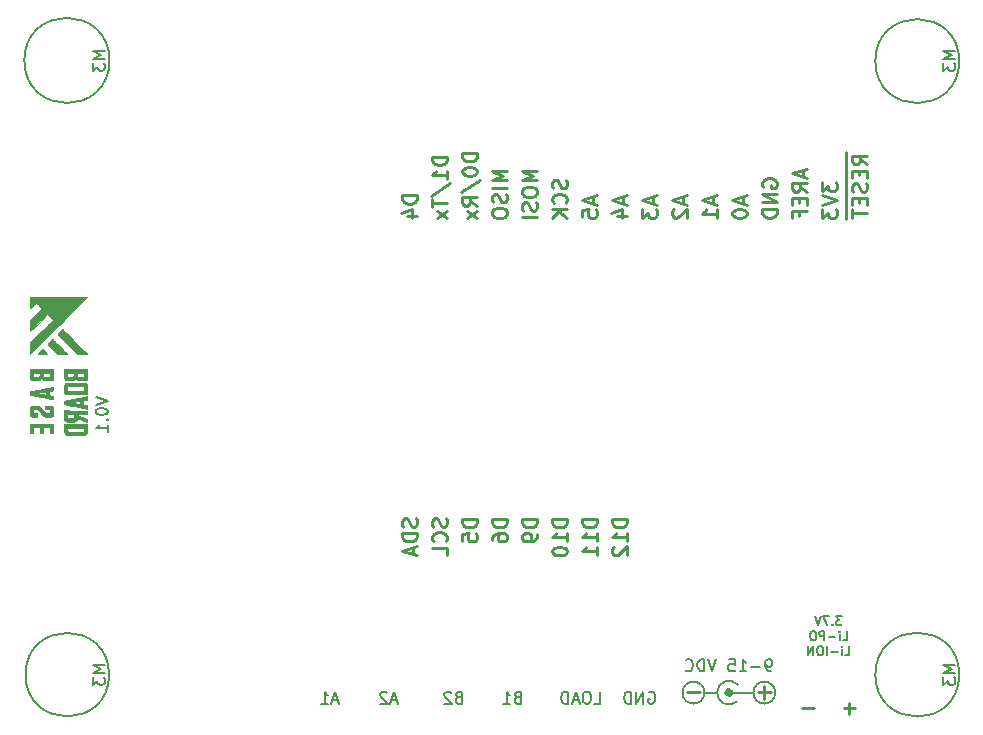
<source format=gbr>
G04 #@! TF.GenerationSoftware,KiCad,Pcbnew,5.1.5-1.fc31*
G04 #@! TF.CreationDate,2020-06-03T18:37:50+07:00*
G04 #@! TF.ProjectId,MP_SamBaseBoard_V1,4d505f53-616d-4426-9173-65426f617264,rev?*
G04 #@! TF.SameCoordinates,Original*
G04 #@! TF.FileFunction,Legend,Bot*
G04 #@! TF.FilePolarity,Positive*
%FSLAX45Y45*%
G04 Gerber Fmt 4.5, Leading zero omitted, Abs format (unit mm)*
G04 Created by KiCad (PCBNEW 5.1.5-1.fc31) date 2020-06-03 18:37:50*
%MOMM*%
%LPD*%
G04 APERTURE LIST*
%ADD10C,0.150000*%
%ADD11C,0.250000*%
%ADD12C,0.200000*%
%ADD13C,0.010000*%
%ADD14C,0.500000*%
G04 APERTURE END LIST*
D10*
X24895238Y-21794048D02*
X24795238Y-21794048D01*
X24866667Y-21827381D01*
X24795238Y-21860714D01*
X24895238Y-21860714D01*
X24795238Y-21898810D02*
X24795238Y-21960714D01*
X24833333Y-21927381D01*
X24833333Y-21941667D01*
X24838095Y-21951190D01*
X24842857Y-21955952D01*
X24852381Y-21960714D01*
X24876190Y-21960714D01*
X24885714Y-21955952D01*
X24890476Y-21951190D01*
X24895238Y-21941667D01*
X24895238Y-21913095D01*
X24890476Y-21903571D01*
X24885714Y-21898810D01*
X24895238Y-16594048D02*
X24795238Y-16594048D01*
X24866667Y-16627381D01*
X24795238Y-16660714D01*
X24895238Y-16660714D01*
X24795238Y-16698809D02*
X24795238Y-16760714D01*
X24833333Y-16727381D01*
X24833333Y-16741667D01*
X24838095Y-16751190D01*
X24842857Y-16755952D01*
X24852381Y-16760714D01*
X24876190Y-16760714D01*
X24885714Y-16755952D01*
X24890476Y-16751190D01*
X24895238Y-16741667D01*
X24895238Y-16713095D01*
X24890476Y-16703571D01*
X24885714Y-16698809D01*
X17695238Y-16594048D02*
X17595238Y-16594048D01*
X17666667Y-16627381D01*
X17595238Y-16660714D01*
X17695238Y-16660714D01*
X17595238Y-16698809D02*
X17595238Y-16760714D01*
X17633333Y-16727381D01*
X17633333Y-16741667D01*
X17638095Y-16751190D01*
X17642857Y-16755952D01*
X17652381Y-16760714D01*
X17676190Y-16760714D01*
X17685714Y-16755952D01*
X17690476Y-16751190D01*
X17695238Y-16741667D01*
X17695238Y-16713095D01*
X17690476Y-16703571D01*
X17685714Y-16698809D01*
X17695238Y-21794048D02*
X17595238Y-21794048D01*
X17666667Y-21827381D01*
X17595238Y-21860714D01*
X17695238Y-21860714D01*
X17595238Y-21898810D02*
X17595238Y-21960714D01*
X17633333Y-21927381D01*
X17633333Y-21941667D01*
X17638095Y-21951190D01*
X17642857Y-21955952D01*
X17652381Y-21960714D01*
X17676190Y-21960714D01*
X17685714Y-21955952D01*
X17690476Y-21951190D01*
X17695238Y-21941667D01*
X17695238Y-21913095D01*
X17690476Y-21903571D01*
X17685714Y-21898810D01*
D11*
X20332495Y-20550560D02*
X20338448Y-20568417D01*
X20338448Y-20598179D01*
X20332495Y-20610083D01*
X20326543Y-20616036D01*
X20314638Y-20621988D01*
X20302733Y-20621988D01*
X20290829Y-20616036D01*
X20284876Y-20610083D01*
X20278924Y-20598179D01*
X20272971Y-20574369D01*
X20267019Y-20562464D01*
X20261067Y-20556512D01*
X20249162Y-20550560D01*
X20237257Y-20550560D01*
X20225352Y-20556512D01*
X20219400Y-20562464D01*
X20213448Y-20574369D01*
X20213448Y-20604131D01*
X20219400Y-20621988D01*
X20338448Y-20675560D02*
X20213448Y-20675560D01*
X20213448Y-20705321D01*
X20219400Y-20723179D01*
X20231305Y-20735083D01*
X20243210Y-20741036D01*
X20267019Y-20746988D01*
X20284876Y-20746988D01*
X20308686Y-20741036D01*
X20320590Y-20735083D01*
X20332495Y-20723179D01*
X20338448Y-20705321D01*
X20338448Y-20675560D01*
X20302733Y-20794607D02*
X20302733Y-20854131D01*
X20338448Y-20782702D02*
X20213448Y-20824369D01*
X20338448Y-20866036D01*
X20586495Y-20550560D02*
X20592448Y-20568417D01*
X20592448Y-20598179D01*
X20586495Y-20610083D01*
X20580543Y-20616036D01*
X20568638Y-20621988D01*
X20556733Y-20621988D01*
X20544829Y-20616036D01*
X20538876Y-20610083D01*
X20532924Y-20598179D01*
X20526971Y-20574369D01*
X20521019Y-20562464D01*
X20515067Y-20556512D01*
X20503162Y-20550560D01*
X20491257Y-20550560D01*
X20479352Y-20556512D01*
X20473400Y-20562464D01*
X20467448Y-20574369D01*
X20467448Y-20604131D01*
X20473400Y-20621988D01*
X20580543Y-20746988D02*
X20586495Y-20741036D01*
X20592448Y-20723179D01*
X20592448Y-20711274D01*
X20586495Y-20693417D01*
X20574590Y-20681512D01*
X20562686Y-20675560D01*
X20538876Y-20669607D01*
X20521019Y-20669607D01*
X20497210Y-20675560D01*
X20485305Y-20681512D01*
X20473400Y-20693417D01*
X20467448Y-20711274D01*
X20467448Y-20723179D01*
X20473400Y-20741036D01*
X20479352Y-20746988D01*
X20592448Y-20860083D02*
X20592448Y-20800560D01*
X20467448Y-20800560D01*
X20846448Y-20556512D02*
X20721448Y-20556512D01*
X20721448Y-20586274D01*
X20727400Y-20604131D01*
X20739305Y-20616036D01*
X20751210Y-20621988D01*
X20775019Y-20627940D01*
X20792876Y-20627940D01*
X20816686Y-20621988D01*
X20828590Y-20616036D01*
X20840495Y-20604131D01*
X20846448Y-20586274D01*
X20846448Y-20556512D01*
X20721448Y-20741036D02*
X20721448Y-20681512D01*
X20780971Y-20675560D01*
X20775019Y-20681512D01*
X20769067Y-20693417D01*
X20769067Y-20723179D01*
X20775019Y-20735083D01*
X20780971Y-20741036D01*
X20792876Y-20746988D01*
X20822638Y-20746988D01*
X20834543Y-20741036D01*
X20840495Y-20735083D01*
X20846448Y-20723179D01*
X20846448Y-20693417D01*
X20840495Y-20681512D01*
X20834543Y-20675560D01*
X21100448Y-20556512D02*
X20975448Y-20556512D01*
X20975448Y-20586274D01*
X20981400Y-20604131D01*
X20993305Y-20616036D01*
X21005210Y-20621988D01*
X21029019Y-20627940D01*
X21046876Y-20627940D01*
X21070686Y-20621988D01*
X21082590Y-20616036D01*
X21094495Y-20604131D01*
X21100448Y-20586274D01*
X21100448Y-20556512D01*
X20975448Y-20735083D02*
X20975448Y-20711274D01*
X20981400Y-20699369D01*
X20987352Y-20693417D01*
X21005210Y-20681512D01*
X21029019Y-20675560D01*
X21076638Y-20675560D01*
X21088543Y-20681512D01*
X21094495Y-20687464D01*
X21100448Y-20699369D01*
X21100448Y-20723179D01*
X21094495Y-20735083D01*
X21088543Y-20741036D01*
X21076638Y-20746988D01*
X21046876Y-20746988D01*
X21034971Y-20741036D01*
X21029019Y-20735083D01*
X21023067Y-20723179D01*
X21023067Y-20699369D01*
X21029019Y-20687464D01*
X21034971Y-20681512D01*
X21046876Y-20675560D01*
X21354448Y-20556512D02*
X21229448Y-20556512D01*
X21229448Y-20586274D01*
X21235400Y-20604131D01*
X21247305Y-20616036D01*
X21259210Y-20621988D01*
X21283019Y-20627940D01*
X21300876Y-20627940D01*
X21324686Y-20621988D01*
X21336590Y-20616036D01*
X21348495Y-20604131D01*
X21354448Y-20586274D01*
X21354448Y-20556512D01*
X21354448Y-20687464D02*
X21354448Y-20711274D01*
X21348495Y-20723179D01*
X21342543Y-20729131D01*
X21324686Y-20741036D01*
X21300876Y-20746988D01*
X21253257Y-20746988D01*
X21241352Y-20741036D01*
X21235400Y-20735083D01*
X21229448Y-20723179D01*
X21229448Y-20699369D01*
X21235400Y-20687464D01*
X21241352Y-20681512D01*
X21253257Y-20675560D01*
X21283019Y-20675560D01*
X21294924Y-20681512D01*
X21300876Y-20687464D01*
X21306829Y-20699369D01*
X21306829Y-20723179D01*
X21300876Y-20735083D01*
X21294924Y-20741036D01*
X21283019Y-20746988D01*
X21608448Y-20556512D02*
X21483448Y-20556512D01*
X21483448Y-20586274D01*
X21489400Y-20604131D01*
X21501305Y-20616036D01*
X21513210Y-20621988D01*
X21537019Y-20627940D01*
X21554876Y-20627940D01*
X21578686Y-20621988D01*
X21590590Y-20616036D01*
X21602495Y-20604131D01*
X21608448Y-20586274D01*
X21608448Y-20556512D01*
X21608448Y-20746988D02*
X21608448Y-20675560D01*
X21608448Y-20711274D02*
X21483448Y-20711274D01*
X21501305Y-20699369D01*
X21513210Y-20687464D01*
X21519162Y-20675560D01*
X21483448Y-20824369D02*
X21483448Y-20836274D01*
X21489400Y-20848179D01*
X21495352Y-20854131D01*
X21507257Y-20860083D01*
X21531067Y-20866036D01*
X21560829Y-20866036D01*
X21584638Y-20860083D01*
X21596543Y-20854131D01*
X21602495Y-20848179D01*
X21608448Y-20836274D01*
X21608448Y-20824369D01*
X21602495Y-20812464D01*
X21596543Y-20806512D01*
X21584638Y-20800560D01*
X21560829Y-20794607D01*
X21531067Y-20794607D01*
X21507257Y-20800560D01*
X21495352Y-20806512D01*
X21489400Y-20812464D01*
X21483448Y-20824369D01*
X21862448Y-20556512D02*
X21737448Y-20556512D01*
X21737448Y-20586274D01*
X21743400Y-20604131D01*
X21755305Y-20616036D01*
X21767210Y-20621988D01*
X21791019Y-20627940D01*
X21808876Y-20627940D01*
X21832686Y-20621988D01*
X21844590Y-20616036D01*
X21856495Y-20604131D01*
X21862448Y-20586274D01*
X21862448Y-20556512D01*
X21862448Y-20746988D02*
X21862448Y-20675560D01*
X21862448Y-20711274D02*
X21737448Y-20711274D01*
X21755305Y-20699369D01*
X21767210Y-20687464D01*
X21773162Y-20675560D01*
X21862448Y-20866036D02*
X21862448Y-20794607D01*
X21862448Y-20830321D02*
X21737448Y-20830321D01*
X21755305Y-20818417D01*
X21767210Y-20806512D01*
X21773162Y-20794607D01*
X22116448Y-20556512D02*
X21991448Y-20556512D01*
X21991448Y-20586274D01*
X21997400Y-20604131D01*
X22009305Y-20616036D01*
X22021210Y-20621988D01*
X22045019Y-20627940D01*
X22062876Y-20627940D01*
X22086686Y-20621988D01*
X22098590Y-20616036D01*
X22110495Y-20604131D01*
X22116448Y-20586274D01*
X22116448Y-20556512D01*
X22116448Y-20746988D02*
X22116448Y-20675560D01*
X22116448Y-20711274D02*
X21991448Y-20711274D01*
X22009305Y-20699369D01*
X22021210Y-20687464D01*
X22027162Y-20675560D01*
X22003352Y-20794607D02*
X21997400Y-20800560D01*
X21991448Y-20812464D01*
X21991448Y-20842226D01*
X21997400Y-20854131D01*
X22003352Y-20860083D01*
X22015257Y-20866036D01*
X22027162Y-20866036D01*
X22045019Y-20860083D01*
X22116448Y-20788655D01*
X22116448Y-20866036D01*
X23969400Y-17452274D02*
X23969400Y-17577274D01*
X24148448Y-17553464D02*
X24088924Y-17511798D01*
X24148448Y-17482036D02*
X24023448Y-17482036D01*
X24023448Y-17529655D01*
X24029400Y-17541560D01*
X24035352Y-17547512D01*
X24047257Y-17553464D01*
X24065114Y-17553464D01*
X24077019Y-17547512D01*
X24082971Y-17541560D01*
X24088924Y-17529655D01*
X24088924Y-17482036D01*
X23969400Y-17577274D02*
X23969400Y-17690369D01*
X24082971Y-17607036D02*
X24082971Y-17648702D01*
X24148448Y-17666560D02*
X24148448Y-17607036D01*
X24023448Y-17607036D01*
X24023448Y-17666560D01*
X23969400Y-17690369D02*
X23969400Y-17809417D01*
X24142495Y-17714179D02*
X24148448Y-17732036D01*
X24148448Y-17761798D01*
X24142495Y-17773702D01*
X24136543Y-17779655D01*
X24124638Y-17785607D01*
X24112733Y-17785607D01*
X24100828Y-17779655D01*
X24094876Y-17773702D01*
X24088924Y-17761798D01*
X24082971Y-17737988D01*
X24077019Y-17726083D01*
X24071067Y-17720131D01*
X24059162Y-17714179D01*
X24047257Y-17714179D01*
X24035352Y-17720131D01*
X24029400Y-17726083D01*
X24023448Y-17737988D01*
X24023448Y-17767750D01*
X24029400Y-17785607D01*
X23969400Y-17809417D02*
X23969400Y-17922512D01*
X24082971Y-17839179D02*
X24082971Y-17880845D01*
X24148448Y-17898702D02*
X24148448Y-17839179D01*
X24023448Y-17839179D01*
X24023448Y-17898702D01*
X23969400Y-17922512D02*
X23969400Y-18017750D01*
X24023448Y-17934417D02*
X24023448Y-18005845D01*
X24148448Y-17970131D02*
X24023448Y-17970131D01*
X23769448Y-17703069D02*
X23769448Y-17780450D01*
X23817067Y-17738783D01*
X23817067Y-17756640D01*
X23823019Y-17768545D01*
X23828971Y-17774498D01*
X23840876Y-17780450D01*
X23870638Y-17780450D01*
X23882543Y-17774498D01*
X23888495Y-17768545D01*
X23894448Y-17756640D01*
X23894448Y-17720926D01*
X23888495Y-17709021D01*
X23882543Y-17703069D01*
X23769448Y-17816164D02*
X23894448Y-17857831D01*
X23769448Y-17899498D01*
X23769448Y-17929260D02*
X23769448Y-18006640D01*
X23817067Y-17964974D01*
X23817067Y-17982831D01*
X23823019Y-17994736D01*
X23828971Y-18000688D01*
X23840876Y-18006640D01*
X23870638Y-18006640D01*
X23882543Y-18000688D01*
X23888495Y-17994736D01*
X23894448Y-17982831D01*
X23894448Y-17947117D01*
X23888495Y-17935212D01*
X23882543Y-17929260D01*
X23604733Y-17601879D02*
X23604733Y-17661402D01*
X23640448Y-17589974D02*
X23515448Y-17631640D01*
X23640448Y-17673307D01*
X23640448Y-17786402D02*
X23580924Y-17744736D01*
X23640448Y-17714974D02*
X23515448Y-17714974D01*
X23515448Y-17762593D01*
X23521400Y-17774498D01*
X23527352Y-17780450D01*
X23539257Y-17786402D01*
X23557114Y-17786402D01*
X23569019Y-17780450D01*
X23574971Y-17774498D01*
X23580924Y-17762593D01*
X23580924Y-17714974D01*
X23574971Y-17839974D02*
X23574971Y-17881640D01*
X23640448Y-17899498D02*
X23640448Y-17839974D01*
X23515448Y-17839974D01*
X23515448Y-17899498D01*
X23574971Y-17994736D02*
X23574971Y-17953069D01*
X23640448Y-17953069D02*
X23515448Y-17953069D01*
X23515448Y-18012593D01*
X23267400Y-17744736D02*
X23261448Y-17732831D01*
X23261448Y-17714974D01*
X23267400Y-17697117D01*
X23279305Y-17685212D01*
X23291209Y-17679260D01*
X23315019Y-17673307D01*
X23332876Y-17673307D01*
X23356686Y-17679260D01*
X23368590Y-17685212D01*
X23380495Y-17697117D01*
X23386448Y-17714974D01*
X23386448Y-17726879D01*
X23380495Y-17744736D01*
X23374543Y-17750688D01*
X23332876Y-17750688D01*
X23332876Y-17726879D01*
X23386448Y-17804260D02*
X23261448Y-17804260D01*
X23386448Y-17875688D01*
X23261448Y-17875688D01*
X23386448Y-17935212D02*
X23261448Y-17935212D01*
X23261448Y-17964974D01*
X23267400Y-17982831D01*
X23279305Y-17994736D01*
X23291209Y-18000688D01*
X23315019Y-18006640D01*
X23332876Y-18006640D01*
X23356686Y-18000688D01*
X23368590Y-17994736D01*
X23380495Y-17982831D01*
X23386448Y-17964974D01*
X23386448Y-17935212D01*
X23096733Y-17828069D02*
X23096733Y-17887593D01*
X23132448Y-17816164D02*
X23007448Y-17857831D01*
X23132448Y-17899498D01*
X23007448Y-17964974D02*
X23007448Y-17976879D01*
X23013400Y-17988783D01*
X23019352Y-17994736D01*
X23031257Y-18000688D01*
X23055067Y-18006640D01*
X23084828Y-18006640D01*
X23108638Y-18000688D01*
X23120543Y-17994736D01*
X23126495Y-17988783D01*
X23132448Y-17976879D01*
X23132448Y-17964974D01*
X23126495Y-17953069D01*
X23120543Y-17947117D01*
X23108638Y-17941164D01*
X23084828Y-17935212D01*
X23055067Y-17935212D01*
X23031257Y-17941164D01*
X23019352Y-17947117D01*
X23013400Y-17953069D01*
X23007448Y-17964974D01*
X22842733Y-17828069D02*
X22842733Y-17887593D01*
X22878448Y-17816164D02*
X22753448Y-17857831D01*
X22878448Y-17899498D01*
X22878448Y-18006640D02*
X22878448Y-17935212D01*
X22878448Y-17970926D02*
X22753448Y-17970926D01*
X22771305Y-17959021D01*
X22783209Y-17947117D01*
X22789162Y-17935212D01*
X22588733Y-17828069D02*
X22588733Y-17887593D01*
X22624448Y-17816164D02*
X22499448Y-17857831D01*
X22624448Y-17899498D01*
X22511352Y-17935212D02*
X22505400Y-17941164D01*
X22499448Y-17953069D01*
X22499448Y-17982831D01*
X22505400Y-17994736D01*
X22511352Y-18000688D01*
X22523257Y-18006640D01*
X22535162Y-18006640D01*
X22553019Y-18000688D01*
X22624448Y-17929260D01*
X22624448Y-18006640D01*
X22334733Y-17828069D02*
X22334733Y-17887593D01*
X22370448Y-17816164D02*
X22245448Y-17857831D01*
X22370448Y-17899498D01*
X22245448Y-17929260D02*
X22245448Y-18006640D01*
X22293067Y-17964974D01*
X22293067Y-17982831D01*
X22299019Y-17994736D01*
X22304971Y-18000688D01*
X22316876Y-18006640D01*
X22346638Y-18006640D01*
X22358543Y-18000688D01*
X22364495Y-17994736D01*
X22370448Y-17982831D01*
X22370448Y-17947117D01*
X22364495Y-17935212D01*
X22358543Y-17929260D01*
X22080733Y-17828069D02*
X22080733Y-17887593D01*
X22116448Y-17816164D02*
X21991448Y-17857831D01*
X22116448Y-17899498D01*
X22033114Y-17994736D02*
X22116448Y-17994736D01*
X21985495Y-17964974D02*
X22074781Y-17935212D01*
X22074781Y-18012593D01*
X21826733Y-17828069D02*
X21826733Y-17887593D01*
X21862448Y-17816164D02*
X21737448Y-17857831D01*
X21862448Y-17899498D01*
X21737448Y-18000688D02*
X21737448Y-17941164D01*
X21796971Y-17935212D01*
X21791019Y-17941164D01*
X21785067Y-17953069D01*
X21785067Y-17982831D01*
X21791019Y-17994736D01*
X21796971Y-18000688D01*
X21808876Y-18006640D01*
X21838638Y-18006640D01*
X21850543Y-18000688D01*
X21856495Y-17994736D01*
X21862448Y-17982831D01*
X21862448Y-17953069D01*
X21856495Y-17941164D01*
X21850543Y-17935212D01*
X21602495Y-17685212D02*
X21608448Y-17703069D01*
X21608448Y-17732831D01*
X21602495Y-17744736D01*
X21596543Y-17750688D01*
X21584638Y-17756640D01*
X21572733Y-17756640D01*
X21560829Y-17750688D01*
X21554876Y-17744736D01*
X21548924Y-17732831D01*
X21542971Y-17709021D01*
X21537019Y-17697117D01*
X21531067Y-17691164D01*
X21519162Y-17685212D01*
X21507257Y-17685212D01*
X21495352Y-17691164D01*
X21489400Y-17697117D01*
X21483448Y-17709021D01*
X21483448Y-17738783D01*
X21489400Y-17756640D01*
X21596543Y-17881640D02*
X21602495Y-17875688D01*
X21608448Y-17857831D01*
X21608448Y-17845926D01*
X21602495Y-17828069D01*
X21590590Y-17816164D01*
X21578686Y-17810212D01*
X21554876Y-17804260D01*
X21537019Y-17804260D01*
X21513210Y-17810212D01*
X21501305Y-17816164D01*
X21489400Y-17828069D01*
X21483448Y-17845926D01*
X21483448Y-17857831D01*
X21489400Y-17875688D01*
X21495352Y-17881640D01*
X21608448Y-17935212D02*
X21483448Y-17935212D01*
X21608448Y-18006640D02*
X21537019Y-17953069D01*
X21483448Y-18006640D02*
X21554876Y-17935212D01*
X21354448Y-17607831D02*
X21229448Y-17607831D01*
X21318733Y-17649498D01*
X21229448Y-17691164D01*
X21354448Y-17691164D01*
X21229448Y-17774498D02*
X21229448Y-17798307D01*
X21235400Y-17810212D01*
X21247305Y-17822117D01*
X21271114Y-17828069D01*
X21312781Y-17828069D01*
X21336590Y-17822117D01*
X21348495Y-17810212D01*
X21354448Y-17798307D01*
X21354448Y-17774498D01*
X21348495Y-17762593D01*
X21336590Y-17750688D01*
X21312781Y-17744736D01*
X21271114Y-17744736D01*
X21247305Y-17750688D01*
X21235400Y-17762593D01*
X21229448Y-17774498D01*
X21348495Y-17875688D02*
X21354448Y-17893545D01*
X21354448Y-17923307D01*
X21348495Y-17935212D01*
X21342543Y-17941164D01*
X21330638Y-17947117D01*
X21318733Y-17947117D01*
X21306829Y-17941164D01*
X21300876Y-17935212D01*
X21294924Y-17923307D01*
X21288971Y-17899498D01*
X21283019Y-17887593D01*
X21277067Y-17881640D01*
X21265162Y-17875688D01*
X21253257Y-17875688D01*
X21241352Y-17881640D01*
X21235400Y-17887593D01*
X21229448Y-17899498D01*
X21229448Y-17929260D01*
X21235400Y-17947117D01*
X21354448Y-18000688D02*
X21229448Y-18000688D01*
X21100448Y-17607831D02*
X20975448Y-17607831D01*
X21064733Y-17649498D01*
X20975448Y-17691164D01*
X21100448Y-17691164D01*
X21100448Y-17750688D02*
X20975448Y-17750688D01*
X21094495Y-17804260D02*
X21100448Y-17822117D01*
X21100448Y-17851879D01*
X21094495Y-17863783D01*
X21088543Y-17869736D01*
X21076638Y-17875688D01*
X21064733Y-17875688D01*
X21052829Y-17869736D01*
X21046876Y-17863783D01*
X21040924Y-17851879D01*
X21034971Y-17828069D01*
X21029019Y-17816164D01*
X21023067Y-17810212D01*
X21011162Y-17804260D01*
X20999257Y-17804260D01*
X20987352Y-17810212D01*
X20981400Y-17816164D01*
X20975448Y-17828069D01*
X20975448Y-17857831D01*
X20981400Y-17875688D01*
X20975448Y-17953069D02*
X20975448Y-17976879D01*
X20981400Y-17988783D01*
X20993305Y-18000688D01*
X21017114Y-18006640D01*
X21058781Y-18006640D01*
X21082590Y-18000688D01*
X21094495Y-17988783D01*
X21100448Y-17976879D01*
X21100448Y-17953069D01*
X21094495Y-17941164D01*
X21082590Y-17929260D01*
X21058781Y-17923307D01*
X21017114Y-17923307D01*
X20993305Y-17929260D01*
X20981400Y-17941164D01*
X20975448Y-17953069D01*
X20846448Y-17459021D02*
X20721448Y-17459021D01*
X20721448Y-17488783D01*
X20727400Y-17506640D01*
X20739305Y-17518545D01*
X20751210Y-17524498D01*
X20775019Y-17530450D01*
X20792876Y-17530450D01*
X20816686Y-17524498D01*
X20828590Y-17518545D01*
X20840495Y-17506640D01*
X20846448Y-17488783D01*
X20846448Y-17459021D01*
X20721448Y-17607831D02*
X20721448Y-17619736D01*
X20727400Y-17631640D01*
X20733352Y-17637593D01*
X20745257Y-17643545D01*
X20769067Y-17649498D01*
X20798829Y-17649498D01*
X20822638Y-17643545D01*
X20834543Y-17637593D01*
X20840495Y-17631640D01*
X20846448Y-17619736D01*
X20846448Y-17607831D01*
X20840495Y-17595926D01*
X20834543Y-17589974D01*
X20822638Y-17584021D01*
X20798829Y-17578069D01*
X20769067Y-17578069D01*
X20745257Y-17584021D01*
X20733352Y-17589974D01*
X20727400Y-17595926D01*
X20721448Y-17607831D01*
X20715495Y-17792355D02*
X20876210Y-17685212D01*
X20846448Y-17905450D02*
X20786924Y-17863783D01*
X20846448Y-17834021D02*
X20721448Y-17834021D01*
X20721448Y-17881640D01*
X20727400Y-17893545D01*
X20733352Y-17899498D01*
X20745257Y-17905450D01*
X20763114Y-17905450D01*
X20775019Y-17899498D01*
X20780971Y-17893545D01*
X20786924Y-17881640D01*
X20786924Y-17834021D01*
X20846448Y-17947117D02*
X20763114Y-18012593D01*
X20763114Y-17947117D02*
X20846448Y-18012593D01*
X20592448Y-17488783D02*
X20467448Y-17488783D01*
X20467448Y-17518545D01*
X20473400Y-17536402D01*
X20485305Y-17548307D01*
X20497210Y-17554260D01*
X20521019Y-17560212D01*
X20538876Y-17560212D01*
X20562686Y-17554260D01*
X20574590Y-17548307D01*
X20586495Y-17536402D01*
X20592448Y-17518545D01*
X20592448Y-17488783D01*
X20592448Y-17679260D02*
X20592448Y-17607831D01*
X20592448Y-17643545D02*
X20467448Y-17643545D01*
X20485305Y-17631640D01*
X20497210Y-17619736D01*
X20503162Y-17607831D01*
X20461495Y-17822117D02*
X20622210Y-17714974D01*
X20467448Y-17845926D02*
X20467448Y-17917355D01*
X20592448Y-17881640D02*
X20467448Y-17881640D01*
X20592448Y-17947117D02*
X20509114Y-18012593D01*
X20509114Y-17947117D02*
X20592448Y-18012593D01*
X20338448Y-17816164D02*
X20213448Y-17816164D01*
X20213448Y-17845926D01*
X20219400Y-17863783D01*
X20231305Y-17875688D01*
X20243210Y-17881640D01*
X20267019Y-17887593D01*
X20284876Y-17887593D01*
X20308686Y-17881640D01*
X20320590Y-17875688D01*
X20332495Y-17863783D01*
X20338448Y-17845926D01*
X20338448Y-17816164D01*
X20255114Y-17994736D02*
X20338448Y-17994736D01*
X20207495Y-17964974D02*
X20296781Y-17935212D01*
X20296781Y-18012593D01*
X23697619Y-22158929D02*
X23602381Y-22158929D01*
X24047619Y-22158929D02*
X23952381Y-22158929D01*
X24000000Y-22206548D02*
X24000000Y-22111310D01*
D12*
X19671429Y-22091667D02*
X19623810Y-22091667D01*
X19680952Y-22120238D02*
X19647619Y-22020238D01*
X19614286Y-22120238D01*
X19528571Y-22120238D02*
X19585714Y-22120238D01*
X19557143Y-22120238D02*
X19557143Y-22020238D01*
X19566667Y-22034524D01*
X19576190Y-22044048D01*
X19585714Y-22048810D01*
X20171429Y-22091667D02*
X20123810Y-22091667D01*
X20180952Y-22120238D02*
X20147619Y-22020238D01*
X20114286Y-22120238D01*
X20085714Y-22029762D02*
X20080952Y-22025000D01*
X20071429Y-22020238D01*
X20047619Y-22020238D01*
X20038095Y-22025000D01*
X20033333Y-22029762D01*
X20028571Y-22039286D01*
X20028571Y-22048810D01*
X20033333Y-22063095D01*
X20090476Y-22120238D01*
X20028571Y-22120238D01*
X20690476Y-22067857D02*
X20676190Y-22072619D01*
X20671429Y-22077381D01*
X20666667Y-22086905D01*
X20666667Y-22101190D01*
X20671429Y-22110714D01*
X20676190Y-22115476D01*
X20685714Y-22120238D01*
X20723810Y-22120238D01*
X20723810Y-22020238D01*
X20690476Y-22020238D01*
X20680952Y-22025000D01*
X20676190Y-22029762D01*
X20671429Y-22039286D01*
X20671429Y-22048810D01*
X20676190Y-22058333D01*
X20680952Y-22063095D01*
X20690476Y-22067857D01*
X20723810Y-22067857D01*
X20628571Y-22029762D02*
X20623810Y-22025000D01*
X20614286Y-22020238D01*
X20590476Y-22020238D01*
X20580952Y-22025000D01*
X20576190Y-22029762D01*
X20571429Y-22039286D01*
X20571429Y-22048810D01*
X20576190Y-22063095D01*
X20633333Y-22120238D01*
X20571429Y-22120238D01*
X21190476Y-22067857D02*
X21176190Y-22072619D01*
X21171429Y-22077381D01*
X21166667Y-22086905D01*
X21166667Y-22101190D01*
X21171429Y-22110714D01*
X21176190Y-22115476D01*
X21185714Y-22120238D01*
X21223810Y-22120238D01*
X21223810Y-22020238D01*
X21190476Y-22020238D01*
X21180952Y-22025000D01*
X21176190Y-22029762D01*
X21171429Y-22039286D01*
X21171429Y-22048810D01*
X21176190Y-22058333D01*
X21180952Y-22063095D01*
X21190476Y-22067857D01*
X21223810Y-22067857D01*
X21071429Y-22120238D02*
X21128571Y-22120238D01*
X21100000Y-22120238D02*
X21100000Y-22020238D01*
X21109524Y-22034524D01*
X21119048Y-22044048D01*
X21128571Y-22048810D01*
X21839286Y-22120238D02*
X21886905Y-22120238D01*
X21886905Y-22020238D01*
X21786905Y-22020238D02*
X21767857Y-22020238D01*
X21758333Y-22025000D01*
X21748810Y-22034524D01*
X21744048Y-22053571D01*
X21744048Y-22086905D01*
X21748810Y-22105952D01*
X21758333Y-22115476D01*
X21767857Y-22120238D01*
X21786905Y-22120238D01*
X21796429Y-22115476D01*
X21805952Y-22105952D01*
X21810714Y-22086905D01*
X21810714Y-22053571D01*
X21805952Y-22034524D01*
X21796429Y-22025000D01*
X21786905Y-22020238D01*
X21705952Y-22091667D02*
X21658333Y-22091667D01*
X21715476Y-22120238D02*
X21682143Y-22020238D01*
X21648810Y-22120238D01*
X21615476Y-22120238D02*
X21615476Y-22020238D01*
X21591667Y-22020238D01*
X21577381Y-22025000D01*
X21567857Y-22034524D01*
X21563095Y-22044048D01*
X21558333Y-22063095D01*
X21558333Y-22077381D01*
X21563095Y-22096429D01*
X21567857Y-22105952D01*
X21577381Y-22115476D01*
X21591667Y-22120238D01*
X21615476Y-22120238D01*
X22301190Y-22025000D02*
X22310714Y-22020238D01*
X22325000Y-22020238D01*
X22339286Y-22025000D01*
X22348810Y-22034524D01*
X22353571Y-22044048D01*
X22358333Y-22063095D01*
X22358333Y-22077381D01*
X22353571Y-22096429D01*
X22348810Y-22105952D01*
X22339286Y-22115476D01*
X22325000Y-22120238D01*
X22315476Y-22120238D01*
X22301190Y-22115476D01*
X22296429Y-22110714D01*
X22296429Y-22077381D01*
X22315476Y-22077381D01*
X22253571Y-22120238D02*
X22253571Y-22020238D01*
X22196429Y-22120238D01*
X22196429Y-22020238D01*
X22148810Y-22120238D02*
X22148810Y-22020238D01*
X22125000Y-22020238D01*
X22110714Y-22025000D01*
X22101190Y-22034524D01*
X22096429Y-22044048D01*
X22091667Y-22063095D01*
X22091667Y-22077381D01*
X22096429Y-22096429D01*
X22101190Y-22105952D01*
X22110714Y-22115476D01*
X22125000Y-22120238D01*
X22148810Y-22120238D01*
D10*
X23935714Y-21381429D02*
X23889286Y-21381429D01*
X23914286Y-21410000D01*
X23903571Y-21410000D01*
X23896428Y-21413571D01*
X23892857Y-21417143D01*
X23889286Y-21424286D01*
X23889286Y-21442143D01*
X23892857Y-21449286D01*
X23896428Y-21452857D01*
X23903571Y-21456429D01*
X23925000Y-21456429D01*
X23932143Y-21452857D01*
X23935714Y-21449286D01*
X23857143Y-21449286D02*
X23853571Y-21452857D01*
X23857143Y-21456429D01*
X23860714Y-21452857D01*
X23857143Y-21449286D01*
X23857143Y-21456429D01*
X23828571Y-21381429D02*
X23778571Y-21381429D01*
X23810714Y-21456429D01*
X23760714Y-21381429D02*
X23735714Y-21456429D01*
X23710714Y-21381429D01*
X23942857Y-21583929D02*
X23978571Y-21583929D01*
X23978571Y-21508929D01*
X23917857Y-21583929D02*
X23917857Y-21533929D01*
X23917857Y-21508929D02*
X23921428Y-21512500D01*
X23917857Y-21516071D01*
X23914286Y-21512500D01*
X23917857Y-21508929D01*
X23917857Y-21516071D01*
X23882143Y-21555357D02*
X23825000Y-21555357D01*
X23789286Y-21583929D02*
X23789286Y-21508929D01*
X23760714Y-21508929D01*
X23753571Y-21512500D01*
X23750000Y-21516071D01*
X23746428Y-21523214D01*
X23746428Y-21533929D01*
X23750000Y-21541071D01*
X23753571Y-21544643D01*
X23760714Y-21548214D01*
X23789286Y-21548214D01*
X23700000Y-21508929D02*
X23685714Y-21508929D01*
X23678571Y-21512500D01*
X23671428Y-21519643D01*
X23667857Y-21533929D01*
X23667857Y-21558929D01*
X23671428Y-21573214D01*
X23678571Y-21580357D01*
X23685714Y-21583929D01*
X23700000Y-21583929D01*
X23707143Y-21580357D01*
X23714286Y-21573214D01*
X23717857Y-21558929D01*
X23717857Y-21533929D01*
X23714286Y-21519643D01*
X23707143Y-21512500D01*
X23700000Y-21508929D01*
X23962500Y-21711429D02*
X23998214Y-21711429D01*
X23998214Y-21636429D01*
X23937500Y-21711429D02*
X23937500Y-21661429D01*
X23937500Y-21636429D02*
X23941071Y-21640000D01*
X23937500Y-21643571D01*
X23933928Y-21640000D01*
X23937500Y-21636429D01*
X23937500Y-21643571D01*
X23901786Y-21682857D02*
X23844643Y-21682857D01*
X23808928Y-21711429D02*
X23808928Y-21636429D01*
X23758928Y-21636429D02*
X23744643Y-21636429D01*
X23737500Y-21640000D01*
X23730357Y-21647143D01*
X23726786Y-21661429D01*
X23726786Y-21686429D01*
X23730357Y-21700714D01*
X23737500Y-21707857D01*
X23744643Y-21711429D01*
X23758928Y-21711429D01*
X23766071Y-21707857D01*
X23773214Y-21700714D01*
X23776786Y-21686429D01*
X23776786Y-21661429D01*
X23773214Y-21647143D01*
X23766071Y-21640000D01*
X23758928Y-21636429D01*
X23694643Y-21711429D02*
X23694643Y-21636429D01*
X23651786Y-21711429D01*
X23651786Y-21636429D01*
D12*
X17620238Y-19522619D02*
X17720238Y-19555952D01*
X17620238Y-19589286D01*
X17620238Y-19641667D02*
X17620238Y-19651190D01*
X17625000Y-19660714D01*
X17629762Y-19665476D01*
X17639286Y-19670238D01*
X17658333Y-19675000D01*
X17682143Y-19675000D01*
X17701190Y-19670238D01*
X17710714Y-19665476D01*
X17715476Y-19660714D01*
X17720238Y-19651190D01*
X17720238Y-19641667D01*
X17715476Y-19632143D01*
X17710714Y-19627381D01*
X17701190Y-19622619D01*
X17682143Y-19617857D01*
X17658333Y-19617857D01*
X17639286Y-19622619D01*
X17629762Y-19627381D01*
X17625000Y-19632143D01*
X17620238Y-19641667D01*
X17710714Y-19717857D02*
X17715476Y-19722619D01*
X17720238Y-19717857D01*
X17715476Y-19713095D01*
X17710714Y-19717857D01*
X17720238Y-19717857D01*
X17720238Y-19817857D02*
X17720238Y-19760714D01*
X17720238Y-19789286D02*
X17620238Y-19789286D01*
X17634524Y-19779762D01*
X17644048Y-19770238D01*
X17648810Y-19760714D01*
X23337143Y-21845238D02*
X23318095Y-21845238D01*
X23308571Y-21840476D01*
X23303809Y-21835714D01*
X23294286Y-21821429D01*
X23289524Y-21802381D01*
X23289524Y-21764286D01*
X23294286Y-21754762D01*
X23299048Y-21750000D01*
X23308571Y-21745238D01*
X23327619Y-21745238D01*
X23337143Y-21750000D01*
X23341905Y-21754762D01*
X23346667Y-21764286D01*
X23346667Y-21788095D01*
X23341905Y-21797619D01*
X23337143Y-21802381D01*
X23327619Y-21807143D01*
X23308571Y-21807143D01*
X23299048Y-21802381D01*
X23294286Y-21797619D01*
X23289524Y-21788095D01*
X23246667Y-21807143D02*
X23170476Y-21807143D01*
X23070476Y-21845238D02*
X23127619Y-21845238D01*
X23099048Y-21845238D02*
X23099048Y-21745238D01*
X23108571Y-21759524D01*
X23118095Y-21769048D01*
X23127619Y-21773810D01*
X22980000Y-21745238D02*
X23027619Y-21745238D01*
X23032381Y-21792857D01*
X23027619Y-21788095D01*
X23018095Y-21783333D01*
X22994286Y-21783333D01*
X22984762Y-21788095D01*
X22980000Y-21792857D01*
X22975238Y-21802381D01*
X22975238Y-21826190D01*
X22980000Y-21835714D01*
X22984762Y-21840476D01*
X22994286Y-21845238D01*
X23018095Y-21845238D01*
X23027619Y-21840476D01*
X23032381Y-21835714D01*
X22870476Y-21745238D02*
X22837143Y-21845238D01*
X22803809Y-21745238D01*
X22770476Y-21845238D02*
X22770476Y-21745238D01*
X22746667Y-21745238D01*
X22732381Y-21750000D01*
X22722857Y-21759524D01*
X22718095Y-21769048D01*
X22713333Y-21788095D01*
X22713333Y-21802381D01*
X22718095Y-21821429D01*
X22722857Y-21830952D01*
X22732381Y-21840476D01*
X22746667Y-21845238D01*
X22770476Y-21845238D01*
X22613333Y-21835714D02*
X22618095Y-21840476D01*
X22632381Y-21845238D01*
X22641905Y-21845238D01*
X22656190Y-21840476D01*
X22665714Y-21830952D01*
X22670476Y-21821429D01*
X22675238Y-21802381D01*
X22675238Y-21788095D01*
X22670476Y-21769048D01*
X22665714Y-21759524D01*
X22656190Y-21750000D01*
X22641905Y-21745238D01*
X22632381Y-21745238D01*
X22618095Y-21750000D01*
X22613333Y-21754762D01*
D10*
X24930317Y-16680317D02*
G75*
G03X24930317Y-16680317I-355317J0D01*
G01*
X17735555Y-16675000D02*
G75*
G03X17735555Y-16675000I-360555J0D01*
G01*
X17732107Y-21875000D02*
G75*
G03X17732107Y-21875000I-353553J0D01*
G01*
D11*
X23337143Y-22025714D02*
X23222857Y-22025714D01*
X23280000Y-22082857D02*
X23280000Y-21968571D01*
X22737143Y-22025714D02*
X22622857Y-22025714D01*
D10*
X24930317Y-21875000D02*
G75*
G03X24930317Y-21875000I-355317J0D01*
G01*
D13*
G36*
X17130094Y-19158737D02*
G01*
X17132512Y-19158791D01*
X17136289Y-19158830D01*
X17141259Y-19158855D01*
X17147254Y-19158866D01*
X17154107Y-19158861D01*
X17161652Y-19158840D01*
X17169488Y-19158803D01*
X17209420Y-19158583D01*
X17189165Y-19138342D01*
X17168910Y-19118100D01*
X17148880Y-19138209D01*
X17144133Y-19142995D01*
X17139808Y-19147394D01*
X17136042Y-19151265D01*
X17132969Y-19154468D01*
X17130726Y-19156860D01*
X17129448Y-19158301D01*
X17129202Y-19158671D01*
X17130094Y-19158737D01*
G37*
X17130094Y-19158737D02*
X17132512Y-19158791D01*
X17136289Y-19158830D01*
X17141259Y-19158855D01*
X17147254Y-19158866D01*
X17154107Y-19158861D01*
X17161652Y-19158840D01*
X17169488Y-19158803D01*
X17209420Y-19158583D01*
X17189165Y-19138342D01*
X17168910Y-19118100D01*
X17148880Y-19138209D01*
X17144133Y-19142995D01*
X17139808Y-19147394D01*
X17136042Y-19151265D01*
X17132969Y-19154468D01*
X17130726Y-19156860D01*
X17129448Y-19158301D01*
X17129202Y-19158671D01*
X17130094Y-19158737D01*
G36*
X17077962Y-19832538D02*
G01*
X17090450Y-19832517D01*
X17090873Y-19807547D01*
X17091297Y-19782577D01*
X17117967Y-19782528D01*
X17124553Y-19782527D01*
X17130615Y-19782547D01*
X17135940Y-19782585D01*
X17140315Y-19782640D01*
X17143526Y-19782708D01*
X17145362Y-19782788D01*
X17145695Y-19782831D01*
X17146041Y-19783350D01*
X17146309Y-19784756D01*
X17146507Y-19787200D01*
X17146641Y-19790836D01*
X17146721Y-19795819D01*
X17146752Y-19802300D01*
X17146753Y-19804257D01*
X17146753Y-19825333D01*
X17171278Y-19825333D01*
X17171730Y-19782577D01*
X17230997Y-19782577D01*
X17231221Y-19807765D01*
X17231445Y-19832953D01*
X17256820Y-19832953D01*
X17256820Y-19793583D01*
X17256816Y-19785596D01*
X17256803Y-19778147D01*
X17256783Y-19771404D01*
X17256757Y-19765533D01*
X17256725Y-19760702D01*
X17256688Y-19757077D01*
X17256648Y-19754824D01*
X17256608Y-19754108D01*
X17255751Y-19754093D01*
X17253308Y-19754077D01*
X17249385Y-19754060D01*
X17244091Y-19754042D01*
X17237531Y-19754024D01*
X17229813Y-19754005D01*
X17221044Y-19753986D01*
X17211332Y-19753967D01*
X17200782Y-19753949D01*
X17189503Y-19753932D01*
X17177601Y-19753915D01*
X17165184Y-19753899D01*
X17160935Y-19753894D01*
X17065473Y-19753786D01*
X17065473Y-19832559D01*
X17077962Y-19832538D01*
G37*
X17077962Y-19832538D02*
X17090450Y-19832517D01*
X17090873Y-19807547D01*
X17091297Y-19782577D01*
X17117967Y-19782528D01*
X17124553Y-19782527D01*
X17130615Y-19782547D01*
X17135940Y-19782585D01*
X17140315Y-19782640D01*
X17143526Y-19782708D01*
X17145362Y-19782788D01*
X17145695Y-19782831D01*
X17146041Y-19783350D01*
X17146309Y-19784756D01*
X17146507Y-19787200D01*
X17146641Y-19790836D01*
X17146721Y-19795819D01*
X17146752Y-19802300D01*
X17146753Y-19804257D01*
X17146753Y-19825333D01*
X17171278Y-19825333D01*
X17171730Y-19782577D01*
X17230997Y-19782577D01*
X17231221Y-19807765D01*
X17231445Y-19832953D01*
X17256820Y-19832953D01*
X17256820Y-19793583D01*
X17256816Y-19785596D01*
X17256803Y-19778147D01*
X17256783Y-19771404D01*
X17256757Y-19765533D01*
X17256725Y-19760702D01*
X17256688Y-19757077D01*
X17256648Y-19754824D01*
X17256608Y-19754108D01*
X17255751Y-19754093D01*
X17253308Y-19754077D01*
X17249385Y-19754060D01*
X17244091Y-19754042D01*
X17237531Y-19754024D01*
X17229813Y-19754005D01*
X17221044Y-19753986D01*
X17211332Y-19753967D01*
X17200782Y-19753949D01*
X17189503Y-19753932D01*
X17177601Y-19753915D01*
X17165184Y-19753899D01*
X17160935Y-19753894D01*
X17065473Y-19753786D01*
X17065473Y-19832559D01*
X17077962Y-19832538D01*
G36*
X17065605Y-19667041D02*
G01*
X17065718Y-19672167D01*
X17065925Y-19676233D01*
X17066245Y-19679396D01*
X17066697Y-19681814D01*
X17067300Y-19683646D01*
X17068072Y-19685050D01*
X17069033Y-19686184D01*
X17070200Y-19687206D01*
X17070858Y-19687717D01*
X17072294Y-19688698D01*
X17073883Y-19689478D01*
X17075828Y-19690079D01*
X17078332Y-19690524D01*
X17081597Y-19690834D01*
X17085827Y-19691031D01*
X17091223Y-19691137D01*
X17097990Y-19691174D01*
X17102727Y-19691173D01*
X17125163Y-19691137D01*
X17125163Y-19662350D01*
X17108018Y-19662244D01*
X17102787Y-19662207D01*
X17098135Y-19662165D01*
X17094328Y-19662121D01*
X17091630Y-19662078D01*
X17090306Y-19662040D01*
X17090228Y-19662033D01*
X17090094Y-19661214D01*
X17089973Y-19659012D01*
X17089870Y-19655736D01*
X17089786Y-19651693D01*
X17089725Y-19647195D01*
X17089688Y-19642549D01*
X17089680Y-19638066D01*
X17089702Y-19634055D01*
X17089757Y-19630825D01*
X17089848Y-19628685D01*
X17089924Y-19628044D01*
X17090760Y-19627912D01*
X17093036Y-19627800D01*
X17096494Y-19627712D01*
X17100882Y-19627655D01*
X17105943Y-19627636D01*
X17107042Y-19627637D01*
X17124057Y-19627669D01*
X17129690Y-19633611D01*
X17132025Y-19636078D01*
X17135239Y-19639482D01*
X17139054Y-19643525D01*
X17143189Y-19647911D01*
X17147365Y-19652343D01*
X17148023Y-19653043D01*
X17154360Y-19659771D01*
X17159649Y-19665386D01*
X17164007Y-19670006D01*
X17167547Y-19673752D01*
X17170382Y-19676741D01*
X17172626Y-19679095D01*
X17174394Y-19680932D01*
X17175799Y-19682371D01*
X17176955Y-19683534D01*
X17177977Y-19684538D01*
X17178859Y-19685390D01*
X17181439Y-19687552D01*
X17184109Y-19689305D01*
X17185633Y-19690019D01*
X17187247Y-19690343D01*
X17190063Y-19690604D01*
X17194176Y-19690805D01*
X17199682Y-19690949D01*
X17206676Y-19691039D01*
X17215253Y-19691079D01*
X17216603Y-19691081D01*
X17244543Y-19691108D01*
X17248745Y-19689006D01*
X17251964Y-19686981D01*
X17254156Y-19684449D01*
X17254863Y-19683209D01*
X17255338Y-19682261D01*
X17255727Y-19681309D01*
X17256039Y-19680184D01*
X17256283Y-19678717D01*
X17256466Y-19676736D01*
X17256598Y-19674073D01*
X17256687Y-19670558D01*
X17256741Y-19666021D01*
X17256769Y-19660292D01*
X17256780Y-19653202D01*
X17256781Y-19644993D01*
X17256779Y-19636443D01*
X17256768Y-19629416D01*
X17256739Y-19623743D01*
X17256684Y-19619255D01*
X17256593Y-19615780D01*
X17256459Y-19613151D01*
X17256273Y-19611196D01*
X17256027Y-19609747D01*
X17255712Y-19608633D01*
X17255319Y-19607686D01*
X17254863Y-19606778D01*
X17252870Y-19603861D01*
X17250090Y-19601707D01*
X17248781Y-19601004D01*
X17247563Y-19600413D01*
X17246404Y-19599946D01*
X17245096Y-19599588D01*
X17243432Y-19599324D01*
X17241203Y-19599139D01*
X17238202Y-19599018D01*
X17234221Y-19598947D01*
X17229051Y-19598910D01*
X17222486Y-19598892D01*
X17219180Y-19598887D01*
X17193743Y-19598850D01*
X17193743Y-19627637D01*
X17231843Y-19627637D01*
X17232072Y-19645008D01*
X17232300Y-19662379D01*
X17213554Y-19662350D01*
X17194809Y-19662321D01*
X17191313Y-19658370D01*
X17189976Y-19656903D01*
X17187617Y-19654362D01*
X17184381Y-19650900D01*
X17180411Y-19646672D01*
X17175851Y-19641830D01*
X17170846Y-19636528D01*
X17165541Y-19630919D01*
X17163263Y-19628516D01*
X17156577Y-19621493D01*
X17150940Y-19615645D01*
X17146268Y-19610888D01*
X17142475Y-19607139D01*
X17139476Y-19604315D01*
X17137186Y-19602332D01*
X17135521Y-19601108D01*
X17134900Y-19600756D01*
X17133785Y-19600242D01*
X17132648Y-19599833D01*
X17131292Y-19599516D01*
X17129517Y-19599281D01*
X17127126Y-19599114D01*
X17123920Y-19599005D01*
X17119702Y-19598940D01*
X17114272Y-19598909D01*
X17107432Y-19598899D01*
X17103997Y-19598898D01*
X17076903Y-19598897D01*
X17073137Y-19600990D01*
X17070497Y-19602868D01*
X17068258Y-19605149D01*
X17067633Y-19606047D01*
X17067203Y-19606845D01*
X17066848Y-19607744D01*
X17066561Y-19608910D01*
X17066331Y-19610508D01*
X17066151Y-19612705D01*
X17066012Y-19615667D01*
X17065905Y-19619560D01*
X17065821Y-19624550D01*
X17065751Y-19630805D01*
X17065687Y-19638489D01*
X17065649Y-19643718D01*
X17065590Y-19652975D01*
X17065569Y-19660696D01*
X17065605Y-19667041D01*
G37*
X17065605Y-19667041D02*
X17065718Y-19672167D01*
X17065925Y-19676233D01*
X17066245Y-19679396D01*
X17066697Y-19681814D01*
X17067300Y-19683646D01*
X17068072Y-19685050D01*
X17069033Y-19686184D01*
X17070200Y-19687206D01*
X17070858Y-19687717D01*
X17072294Y-19688698D01*
X17073883Y-19689478D01*
X17075828Y-19690079D01*
X17078332Y-19690524D01*
X17081597Y-19690834D01*
X17085827Y-19691031D01*
X17091223Y-19691137D01*
X17097990Y-19691174D01*
X17102727Y-19691173D01*
X17125163Y-19691137D01*
X17125163Y-19662350D01*
X17108018Y-19662244D01*
X17102787Y-19662207D01*
X17098135Y-19662165D01*
X17094328Y-19662121D01*
X17091630Y-19662078D01*
X17090306Y-19662040D01*
X17090228Y-19662033D01*
X17090094Y-19661214D01*
X17089973Y-19659012D01*
X17089870Y-19655736D01*
X17089786Y-19651693D01*
X17089725Y-19647195D01*
X17089688Y-19642549D01*
X17089680Y-19638066D01*
X17089702Y-19634055D01*
X17089757Y-19630825D01*
X17089848Y-19628685D01*
X17089924Y-19628044D01*
X17090760Y-19627912D01*
X17093036Y-19627800D01*
X17096494Y-19627712D01*
X17100882Y-19627655D01*
X17105943Y-19627636D01*
X17107042Y-19627637D01*
X17124057Y-19627669D01*
X17129690Y-19633611D01*
X17132025Y-19636078D01*
X17135239Y-19639482D01*
X17139054Y-19643525D01*
X17143189Y-19647911D01*
X17147365Y-19652343D01*
X17148023Y-19653043D01*
X17154360Y-19659771D01*
X17159649Y-19665386D01*
X17164007Y-19670006D01*
X17167547Y-19673752D01*
X17170382Y-19676741D01*
X17172626Y-19679095D01*
X17174394Y-19680932D01*
X17175799Y-19682371D01*
X17176955Y-19683534D01*
X17177977Y-19684538D01*
X17178859Y-19685390D01*
X17181439Y-19687552D01*
X17184109Y-19689305D01*
X17185633Y-19690019D01*
X17187247Y-19690343D01*
X17190063Y-19690604D01*
X17194176Y-19690805D01*
X17199682Y-19690949D01*
X17206676Y-19691039D01*
X17215253Y-19691079D01*
X17216603Y-19691081D01*
X17244543Y-19691108D01*
X17248745Y-19689006D01*
X17251964Y-19686981D01*
X17254156Y-19684449D01*
X17254863Y-19683209D01*
X17255338Y-19682261D01*
X17255727Y-19681309D01*
X17256039Y-19680184D01*
X17256283Y-19678717D01*
X17256466Y-19676736D01*
X17256598Y-19674073D01*
X17256687Y-19670558D01*
X17256741Y-19666021D01*
X17256769Y-19660292D01*
X17256780Y-19653202D01*
X17256781Y-19644993D01*
X17256779Y-19636443D01*
X17256768Y-19629416D01*
X17256739Y-19623743D01*
X17256684Y-19619255D01*
X17256593Y-19615780D01*
X17256459Y-19613151D01*
X17256273Y-19611196D01*
X17256027Y-19609747D01*
X17255712Y-19608633D01*
X17255319Y-19607686D01*
X17254863Y-19606778D01*
X17252870Y-19603861D01*
X17250090Y-19601707D01*
X17248781Y-19601004D01*
X17247563Y-19600413D01*
X17246404Y-19599946D01*
X17245096Y-19599588D01*
X17243432Y-19599324D01*
X17241203Y-19599139D01*
X17238202Y-19599018D01*
X17234221Y-19598947D01*
X17229051Y-19598910D01*
X17222486Y-19598892D01*
X17219180Y-19598887D01*
X17193743Y-19598850D01*
X17193743Y-19627637D01*
X17231843Y-19627637D01*
X17232072Y-19645008D01*
X17232300Y-19662379D01*
X17213554Y-19662350D01*
X17194809Y-19662321D01*
X17191313Y-19658370D01*
X17189976Y-19656903D01*
X17187617Y-19654362D01*
X17184381Y-19650900D01*
X17180411Y-19646672D01*
X17175851Y-19641830D01*
X17170846Y-19636528D01*
X17165541Y-19630919D01*
X17163263Y-19628516D01*
X17156577Y-19621493D01*
X17150940Y-19615645D01*
X17146268Y-19610888D01*
X17142475Y-19607139D01*
X17139476Y-19604315D01*
X17137186Y-19602332D01*
X17135521Y-19601108D01*
X17134900Y-19600756D01*
X17133785Y-19600242D01*
X17132648Y-19599833D01*
X17131292Y-19599516D01*
X17129517Y-19599281D01*
X17127126Y-19599114D01*
X17123920Y-19599005D01*
X17119702Y-19598940D01*
X17114272Y-19598909D01*
X17107432Y-19598899D01*
X17103997Y-19598898D01*
X17076903Y-19598897D01*
X17073137Y-19600990D01*
X17070497Y-19602868D01*
X17068258Y-19605149D01*
X17067633Y-19606047D01*
X17067203Y-19606845D01*
X17066848Y-19607744D01*
X17066561Y-19608910D01*
X17066331Y-19610508D01*
X17066151Y-19612705D01*
X17066012Y-19615667D01*
X17065905Y-19619560D01*
X17065821Y-19624550D01*
X17065751Y-19630805D01*
X17065687Y-19638489D01*
X17065649Y-19643718D01*
X17065590Y-19652975D01*
X17065569Y-19660696D01*
X17065605Y-19667041D01*
G36*
X17067783Y-19507324D02*
G01*
X17069001Y-19507562D01*
X17071683Y-19508079D01*
X17075629Y-19508838D01*
X17080640Y-19509800D01*
X17086518Y-19510927D01*
X17093061Y-19512181D01*
X17100072Y-19513523D01*
X17107350Y-19514916D01*
X17114697Y-19516321D01*
X17121912Y-19517701D01*
X17128797Y-19519016D01*
X17135152Y-19520230D01*
X17140778Y-19521304D01*
X17145476Y-19522199D01*
X17149045Y-19522877D01*
X17151287Y-19523301D01*
X17151833Y-19523403D01*
X17153533Y-19523724D01*
X17156437Y-19524281D01*
X17160090Y-19524987D01*
X17162840Y-19525520D01*
X17166804Y-19526285D01*
X17170399Y-19526972D01*
X17173141Y-19527486D01*
X17174270Y-19527691D01*
X17176921Y-19528173D01*
X17178927Y-19528558D01*
X17185413Y-19529846D01*
X17190329Y-19530814D01*
X17193766Y-19531477D01*
X17195813Y-19531855D01*
X17195860Y-19531863D01*
X17197171Y-19532106D01*
X17199936Y-19532631D01*
X17203949Y-19533399D01*
X17209001Y-19534368D01*
X17214885Y-19535501D01*
X17221392Y-19536755D01*
X17226857Y-19537811D01*
X17233627Y-19539117D01*
X17239864Y-19540314D01*
X17245374Y-19541366D01*
X17249964Y-19542236D01*
X17253440Y-19542888D01*
X17255609Y-19543285D01*
X17256279Y-19543393D01*
X17256457Y-19542593D01*
X17256611Y-19540375D01*
X17256729Y-19537015D01*
X17256802Y-19532791D01*
X17256820Y-19529109D01*
X17256820Y-19514825D01*
X17252798Y-19514272D01*
X17247743Y-19513558D01*
X17243561Y-19512919D01*
X17239447Y-19512230D01*
X17238193Y-19512011D01*
X17234595Y-19511419D01*
X17230856Y-19510870D01*
X17229418Y-19510682D01*
X17226450Y-19510250D01*
X17223824Y-19509759D01*
X17223068Y-19509579D01*
X17220837Y-19508983D01*
X17220607Y-19491747D01*
X17220568Y-19486504D01*
X17220593Y-19481843D01*
X17220675Y-19478028D01*
X17220808Y-19475320D01*
X17220985Y-19473983D01*
X17221030Y-19473899D01*
X17222208Y-19473424D01*
X17224411Y-19472943D01*
X17225493Y-19472777D01*
X17228497Y-19472357D01*
X17231258Y-19471942D01*
X17231843Y-19471847D01*
X17234494Y-19471417D01*
X17236500Y-19471101D01*
X17238195Y-19470831D01*
X17241109Y-19470361D01*
X17244789Y-19469762D01*
X17247718Y-19469283D01*
X17256820Y-19467792D01*
X17256820Y-19439070D01*
X17254915Y-19439537D01*
X17253619Y-19439812D01*
X17250887Y-19440363D01*
X17246945Y-19441145D01*
X17242020Y-19442113D01*
X17236339Y-19443222D01*
X17230127Y-19444428D01*
X17228457Y-19444752D01*
X17221231Y-19446150D01*
X17213652Y-19447620D01*
X17206134Y-19449080D01*
X17199091Y-19450449D01*
X17195860Y-19451079D01*
X17195860Y-19477219D01*
X17195860Y-19491313D01*
X17195848Y-19496500D01*
X17195795Y-19500222D01*
X17195677Y-19502707D01*
X17195469Y-19504185D01*
X17195145Y-19504885D01*
X17194682Y-19505033D01*
X17194378Y-19504970D01*
X17192644Y-19504590D01*
X17190068Y-19504162D01*
X17189087Y-19504024D01*
X17186408Y-19503637D01*
X17182763Y-19503072D01*
X17178852Y-19502437D01*
X17178080Y-19502308D01*
X17174281Y-19501679D01*
X17170679Y-19501097D01*
X17167934Y-19500669D01*
X17167497Y-19500604D01*
X17165456Y-19500289D01*
X17162144Y-19499760D01*
X17157957Y-19499081D01*
X17153294Y-19498316D01*
X17151410Y-19498005D01*
X17146782Y-19497239D01*
X17142582Y-19496544D01*
X17139173Y-19495980D01*
X17136915Y-19495606D01*
X17136382Y-19495518D01*
X17133627Y-19495075D01*
X17131725Y-19494779D01*
X17129038Y-19494360D01*
X17125658Y-19493820D01*
X17122100Y-19493243D01*
X17118879Y-19492713D01*
X17116508Y-19492313D01*
X17115711Y-19492170D01*
X17113709Y-19491877D01*
X17112957Y-19491811D01*
X17111996Y-19491658D01*
X17112359Y-19491359D01*
X17114123Y-19490894D01*
X17117369Y-19490244D01*
X17122175Y-19489392D01*
X17125186Y-19488885D01*
X17129923Y-19488099D01*
X17134342Y-19487374D01*
X17138043Y-19486774D01*
X17140629Y-19486364D01*
X17141250Y-19486269D01*
X17144031Y-19485845D01*
X17146461Y-19485459D01*
X17146753Y-19485410D01*
X17151716Y-19484581D01*
X17156884Y-19483725D01*
X17161896Y-19482902D01*
X17166386Y-19482170D01*
X17169990Y-19481591D01*
X17172345Y-19481222D01*
X17172577Y-19481187D01*
X17175514Y-19480740D01*
X17178229Y-19480309D01*
X17178503Y-19480264D01*
X17183921Y-19479362D01*
X17187931Y-19478685D01*
X17190798Y-19478188D01*
X17192787Y-19477826D01*
X17193532Y-19477682D01*
X17195860Y-19477219D01*
X17195860Y-19451079D01*
X17192939Y-19451648D01*
X17188663Y-19452483D01*
X17183653Y-19453464D01*
X17179096Y-19454353D01*
X17175302Y-19455093D01*
X17172581Y-19455621D01*
X17171307Y-19455866D01*
X17170065Y-19456104D01*
X17167335Y-19456632D01*
X17163289Y-19457416D01*
X17158102Y-19458422D01*
X17151946Y-19459617D01*
X17144995Y-19460966D01*
X17137423Y-19462437D01*
X17129820Y-19463914D01*
X17121819Y-19465468D01*
X17114274Y-19466932D01*
X17107360Y-19468272D01*
X17101249Y-19469455D01*
X17096116Y-19470447D01*
X17092133Y-19471215D01*
X17089474Y-19471726D01*
X17088333Y-19471941D01*
X17086635Y-19472261D01*
X17083733Y-19472824D01*
X17080083Y-19473543D01*
X17077327Y-19474090D01*
X17073542Y-19474839D01*
X17070301Y-19475470D01*
X17068011Y-19475904D01*
X17067167Y-19476053D01*
X17066703Y-19476360D01*
X17066352Y-19477267D01*
X17066095Y-19478990D01*
X17065910Y-19481747D01*
X17065775Y-19485752D01*
X17065671Y-19491224D01*
X17065666Y-19491544D01*
X17065436Y-19506844D01*
X17067783Y-19507324D01*
G37*
X17067783Y-19507324D02*
X17069001Y-19507562D01*
X17071683Y-19508079D01*
X17075629Y-19508838D01*
X17080640Y-19509800D01*
X17086518Y-19510927D01*
X17093061Y-19512181D01*
X17100072Y-19513523D01*
X17107350Y-19514916D01*
X17114697Y-19516321D01*
X17121912Y-19517701D01*
X17128797Y-19519016D01*
X17135152Y-19520230D01*
X17140778Y-19521304D01*
X17145476Y-19522199D01*
X17149045Y-19522877D01*
X17151287Y-19523301D01*
X17151833Y-19523403D01*
X17153533Y-19523724D01*
X17156437Y-19524281D01*
X17160090Y-19524987D01*
X17162840Y-19525520D01*
X17166804Y-19526285D01*
X17170399Y-19526972D01*
X17173141Y-19527486D01*
X17174270Y-19527691D01*
X17176921Y-19528173D01*
X17178927Y-19528558D01*
X17185413Y-19529846D01*
X17190329Y-19530814D01*
X17193766Y-19531477D01*
X17195813Y-19531855D01*
X17195860Y-19531863D01*
X17197171Y-19532106D01*
X17199936Y-19532631D01*
X17203949Y-19533399D01*
X17209001Y-19534368D01*
X17214885Y-19535501D01*
X17221392Y-19536755D01*
X17226857Y-19537811D01*
X17233627Y-19539117D01*
X17239864Y-19540314D01*
X17245374Y-19541366D01*
X17249964Y-19542236D01*
X17253440Y-19542888D01*
X17255609Y-19543285D01*
X17256279Y-19543393D01*
X17256457Y-19542593D01*
X17256611Y-19540375D01*
X17256729Y-19537015D01*
X17256802Y-19532791D01*
X17256820Y-19529109D01*
X17256820Y-19514825D01*
X17252798Y-19514272D01*
X17247743Y-19513558D01*
X17243561Y-19512919D01*
X17239447Y-19512230D01*
X17238193Y-19512011D01*
X17234595Y-19511419D01*
X17230856Y-19510870D01*
X17229418Y-19510682D01*
X17226450Y-19510250D01*
X17223824Y-19509759D01*
X17223068Y-19509579D01*
X17220837Y-19508983D01*
X17220607Y-19491747D01*
X17220568Y-19486504D01*
X17220593Y-19481843D01*
X17220675Y-19478028D01*
X17220808Y-19475320D01*
X17220985Y-19473983D01*
X17221030Y-19473899D01*
X17222208Y-19473424D01*
X17224411Y-19472943D01*
X17225493Y-19472777D01*
X17228497Y-19472357D01*
X17231258Y-19471942D01*
X17231843Y-19471847D01*
X17234494Y-19471417D01*
X17236500Y-19471101D01*
X17238195Y-19470831D01*
X17241109Y-19470361D01*
X17244789Y-19469762D01*
X17247718Y-19469283D01*
X17256820Y-19467792D01*
X17256820Y-19439070D01*
X17254915Y-19439537D01*
X17253619Y-19439812D01*
X17250887Y-19440363D01*
X17246945Y-19441145D01*
X17242020Y-19442113D01*
X17236339Y-19443222D01*
X17230127Y-19444428D01*
X17228457Y-19444752D01*
X17221231Y-19446150D01*
X17213652Y-19447620D01*
X17206134Y-19449080D01*
X17199091Y-19450449D01*
X17195860Y-19451079D01*
X17195860Y-19477219D01*
X17195860Y-19491313D01*
X17195848Y-19496500D01*
X17195795Y-19500222D01*
X17195677Y-19502707D01*
X17195469Y-19504185D01*
X17195145Y-19504885D01*
X17194682Y-19505033D01*
X17194378Y-19504970D01*
X17192644Y-19504590D01*
X17190068Y-19504162D01*
X17189087Y-19504024D01*
X17186408Y-19503637D01*
X17182763Y-19503072D01*
X17178852Y-19502437D01*
X17178080Y-19502308D01*
X17174281Y-19501679D01*
X17170679Y-19501097D01*
X17167934Y-19500669D01*
X17167497Y-19500604D01*
X17165456Y-19500289D01*
X17162144Y-19499760D01*
X17157957Y-19499081D01*
X17153294Y-19498316D01*
X17151410Y-19498005D01*
X17146782Y-19497239D01*
X17142582Y-19496544D01*
X17139173Y-19495980D01*
X17136915Y-19495606D01*
X17136382Y-19495518D01*
X17133627Y-19495075D01*
X17131725Y-19494779D01*
X17129038Y-19494360D01*
X17125658Y-19493820D01*
X17122100Y-19493243D01*
X17118879Y-19492713D01*
X17116508Y-19492313D01*
X17115711Y-19492170D01*
X17113709Y-19491877D01*
X17112957Y-19491811D01*
X17111996Y-19491658D01*
X17112359Y-19491359D01*
X17114123Y-19490894D01*
X17117369Y-19490244D01*
X17122175Y-19489392D01*
X17125186Y-19488885D01*
X17129923Y-19488099D01*
X17134342Y-19487374D01*
X17138043Y-19486774D01*
X17140629Y-19486364D01*
X17141250Y-19486269D01*
X17144031Y-19485845D01*
X17146461Y-19485459D01*
X17146753Y-19485410D01*
X17151716Y-19484581D01*
X17156884Y-19483725D01*
X17161896Y-19482902D01*
X17166386Y-19482170D01*
X17169990Y-19481591D01*
X17172345Y-19481222D01*
X17172577Y-19481187D01*
X17175514Y-19480740D01*
X17178229Y-19480309D01*
X17178503Y-19480264D01*
X17183921Y-19479362D01*
X17187931Y-19478685D01*
X17190798Y-19478188D01*
X17192787Y-19477826D01*
X17193532Y-19477682D01*
X17195860Y-19477219D01*
X17195860Y-19451079D01*
X17192939Y-19451648D01*
X17188663Y-19452483D01*
X17183653Y-19453464D01*
X17179096Y-19454353D01*
X17175302Y-19455093D01*
X17172581Y-19455621D01*
X17171307Y-19455866D01*
X17170065Y-19456104D01*
X17167335Y-19456632D01*
X17163289Y-19457416D01*
X17158102Y-19458422D01*
X17151946Y-19459617D01*
X17144995Y-19460966D01*
X17137423Y-19462437D01*
X17129820Y-19463914D01*
X17121819Y-19465468D01*
X17114274Y-19466932D01*
X17107360Y-19468272D01*
X17101249Y-19469455D01*
X17096116Y-19470447D01*
X17092133Y-19471215D01*
X17089474Y-19471726D01*
X17088333Y-19471941D01*
X17086635Y-19472261D01*
X17083733Y-19472824D01*
X17080083Y-19473543D01*
X17077327Y-19474090D01*
X17073542Y-19474839D01*
X17070301Y-19475470D01*
X17068011Y-19475904D01*
X17067167Y-19476053D01*
X17066703Y-19476360D01*
X17066352Y-19477267D01*
X17066095Y-19478990D01*
X17065910Y-19481747D01*
X17065775Y-19485752D01*
X17065671Y-19491224D01*
X17065666Y-19491544D01*
X17065436Y-19506844D01*
X17067783Y-19507324D01*
G36*
X17065492Y-19330668D02*
G01*
X17065500Y-19340051D01*
X17065519Y-19347894D01*
X17065553Y-19354351D01*
X17065609Y-19359574D01*
X17065692Y-19363717D01*
X17065808Y-19366933D01*
X17065961Y-19369376D01*
X17066158Y-19371200D01*
X17066405Y-19372556D01*
X17066705Y-19373600D01*
X17067066Y-19374483D01*
X17068120Y-19376615D01*
X17069254Y-19378378D01*
X17070629Y-19379808D01*
X17072407Y-19380935D01*
X17074749Y-19381795D01*
X17077819Y-19382419D01*
X17081777Y-19382841D01*
X17086785Y-19383095D01*
X17093004Y-19383213D01*
X17100597Y-19383228D01*
X17109471Y-19383176D01*
X17117288Y-19383113D01*
X17123599Y-19383047D01*
X17128592Y-19382968D01*
X17132455Y-19382862D01*
X17135374Y-19382718D01*
X17137538Y-19382522D01*
X17139134Y-19382264D01*
X17140350Y-19381929D01*
X17141372Y-19381507D01*
X17142320Y-19381022D01*
X17145152Y-19379062D01*
X17147950Y-19376140D01*
X17150909Y-19372026D01*
X17153639Y-19367514D01*
X17155072Y-19365163D01*
X17156222Y-19363551D01*
X17156764Y-19363066D01*
X17157427Y-19363745D01*
X17158740Y-19365559D01*
X17160478Y-19368190D01*
X17161570Y-19369926D01*
X17165341Y-19375412D01*
X17168985Y-19379387D01*
X17172668Y-19382006D01*
X17176036Y-19383303D01*
X17178070Y-19383591D01*
X17181516Y-19383826D01*
X17186138Y-19384009D01*
X17191700Y-19384141D01*
X17197964Y-19384225D01*
X17204695Y-19384260D01*
X17211655Y-19384249D01*
X17218609Y-19384193D01*
X17225320Y-19384092D01*
X17231551Y-19383949D01*
X17237065Y-19383763D01*
X17241627Y-19383538D01*
X17245000Y-19383273D01*
X17246947Y-19382970D01*
X17247083Y-19382928D01*
X17251070Y-19380695D01*
X17254182Y-19377263D01*
X17255916Y-19373470D01*
X17256147Y-19371751D01*
X17256346Y-19368407D01*
X17256511Y-19363508D01*
X17256643Y-19357124D01*
X17256738Y-19349322D01*
X17256796Y-19340173D01*
X17256815Y-19330245D01*
X17256820Y-19290240D01*
X17168767Y-19290240D01*
X17168767Y-19319027D01*
X17232267Y-19319027D01*
X17232267Y-19355433D01*
X17178300Y-19355433D01*
X17173533Y-19347914D01*
X17168767Y-19340395D01*
X17168767Y-19319027D01*
X17168767Y-19290240D01*
X17145532Y-19290240D01*
X17145532Y-19319027D01*
X17145484Y-19329849D01*
X17145436Y-19340672D01*
X17140524Y-19347643D01*
X17135611Y-19354614D01*
X17112612Y-19354389D01*
X17089613Y-19354163D01*
X17089598Y-19336595D01*
X17089583Y-19319027D01*
X17145532Y-19319027D01*
X17145532Y-19290240D01*
X17065473Y-19290240D01*
X17065492Y-19330668D01*
G37*
X17065492Y-19330668D02*
X17065500Y-19340051D01*
X17065519Y-19347894D01*
X17065553Y-19354351D01*
X17065609Y-19359574D01*
X17065692Y-19363717D01*
X17065808Y-19366933D01*
X17065961Y-19369376D01*
X17066158Y-19371200D01*
X17066405Y-19372556D01*
X17066705Y-19373600D01*
X17067066Y-19374483D01*
X17068120Y-19376615D01*
X17069254Y-19378378D01*
X17070629Y-19379808D01*
X17072407Y-19380935D01*
X17074749Y-19381795D01*
X17077819Y-19382419D01*
X17081777Y-19382841D01*
X17086785Y-19383095D01*
X17093004Y-19383213D01*
X17100597Y-19383228D01*
X17109471Y-19383176D01*
X17117288Y-19383113D01*
X17123599Y-19383047D01*
X17128592Y-19382968D01*
X17132455Y-19382862D01*
X17135374Y-19382718D01*
X17137538Y-19382522D01*
X17139134Y-19382264D01*
X17140350Y-19381929D01*
X17141372Y-19381507D01*
X17142320Y-19381022D01*
X17145152Y-19379062D01*
X17147950Y-19376140D01*
X17150909Y-19372026D01*
X17153639Y-19367514D01*
X17155072Y-19365163D01*
X17156222Y-19363551D01*
X17156764Y-19363066D01*
X17157427Y-19363745D01*
X17158740Y-19365559D01*
X17160478Y-19368190D01*
X17161570Y-19369926D01*
X17165341Y-19375412D01*
X17168985Y-19379387D01*
X17172668Y-19382006D01*
X17176036Y-19383303D01*
X17178070Y-19383591D01*
X17181516Y-19383826D01*
X17186138Y-19384009D01*
X17191700Y-19384141D01*
X17197964Y-19384225D01*
X17204695Y-19384260D01*
X17211655Y-19384249D01*
X17218609Y-19384193D01*
X17225320Y-19384092D01*
X17231551Y-19383949D01*
X17237065Y-19383763D01*
X17241627Y-19383538D01*
X17245000Y-19383273D01*
X17246947Y-19382970D01*
X17247083Y-19382928D01*
X17251070Y-19380695D01*
X17254182Y-19377263D01*
X17255916Y-19373470D01*
X17256147Y-19371751D01*
X17256346Y-19368407D01*
X17256511Y-19363508D01*
X17256643Y-19357124D01*
X17256738Y-19349322D01*
X17256796Y-19340173D01*
X17256815Y-19330245D01*
X17256820Y-19290240D01*
X17168767Y-19290240D01*
X17168767Y-19319027D01*
X17232267Y-19319027D01*
X17232267Y-19355433D01*
X17178300Y-19355433D01*
X17173533Y-19347914D01*
X17168767Y-19340395D01*
X17168767Y-19319027D01*
X17168767Y-19290240D01*
X17145532Y-19290240D01*
X17145532Y-19319027D01*
X17145484Y-19329849D01*
X17145436Y-19340672D01*
X17140524Y-19347643D01*
X17135611Y-19354614D01*
X17112612Y-19354389D01*
X17089613Y-19354163D01*
X17089598Y-19336595D01*
X17089583Y-19319027D01*
X17145532Y-19319027D01*
X17145532Y-19290240D01*
X17065473Y-19290240D01*
X17065492Y-19330668D01*
G36*
X17211099Y-19076453D02*
G01*
X17211162Y-19076533D01*
X17211953Y-19077367D01*
X17213841Y-19079296D01*
X17216724Y-19082218D01*
X17220500Y-19086030D01*
X17225068Y-19090631D01*
X17230327Y-19095918D01*
X17236175Y-19101789D01*
X17242510Y-19108142D01*
X17249232Y-19114876D01*
X17252852Y-19118499D01*
X17293334Y-19159007D01*
X17335190Y-19159007D01*
X17343429Y-19159000D01*
X17351131Y-19158980D01*
X17358133Y-19158948D01*
X17364276Y-19158907D01*
X17369397Y-19158856D01*
X17373336Y-19158798D01*
X17375932Y-19158733D01*
X17377023Y-19158664D01*
X17377047Y-19158652D01*
X17376461Y-19158018D01*
X17374755Y-19156266D01*
X17372009Y-19153476D01*
X17368300Y-19149726D01*
X17363708Y-19145096D01*
X17358310Y-19139666D01*
X17352187Y-19133513D01*
X17345416Y-19126717D01*
X17338075Y-19119358D01*
X17330245Y-19111513D01*
X17322002Y-19103263D01*
X17314739Y-19095999D01*
X17306202Y-19087468D01*
X17298000Y-19079283D01*
X17290212Y-19071521D01*
X17282918Y-19064262D01*
X17276197Y-19057583D01*
X17270129Y-19051565D01*
X17264793Y-19046285D01*
X17260268Y-19041821D01*
X17256634Y-19038254D01*
X17253970Y-19035661D01*
X17252355Y-19034122D01*
X17251868Y-19033700D01*
X17251158Y-19034278D01*
X17249396Y-19035920D01*
X17246721Y-19038490D01*
X17243276Y-19041849D01*
X17239200Y-19045862D01*
X17234633Y-19050391D01*
X17230629Y-19054388D01*
X17225087Y-19059945D01*
X17220642Y-19064436D01*
X17217185Y-19067987D01*
X17214607Y-19070720D01*
X17212800Y-19072759D01*
X17211654Y-19074228D01*
X17211061Y-19075250D01*
X17210913Y-19075951D01*
X17211099Y-19076453D01*
G37*
X17211099Y-19076453D02*
X17211162Y-19076533D01*
X17211953Y-19077367D01*
X17213841Y-19079296D01*
X17216724Y-19082218D01*
X17220500Y-19086030D01*
X17225068Y-19090631D01*
X17230327Y-19095918D01*
X17236175Y-19101789D01*
X17242510Y-19108142D01*
X17249232Y-19114876D01*
X17252852Y-19118499D01*
X17293334Y-19159007D01*
X17335190Y-19159007D01*
X17343429Y-19159000D01*
X17351131Y-19158980D01*
X17358133Y-19158948D01*
X17364276Y-19158907D01*
X17369397Y-19158856D01*
X17373336Y-19158798D01*
X17375932Y-19158733D01*
X17377023Y-19158664D01*
X17377047Y-19158652D01*
X17376461Y-19158018D01*
X17374755Y-19156266D01*
X17372009Y-19153476D01*
X17368300Y-19149726D01*
X17363708Y-19145096D01*
X17358310Y-19139666D01*
X17352187Y-19133513D01*
X17345416Y-19126717D01*
X17338075Y-19119358D01*
X17330245Y-19111513D01*
X17322002Y-19103263D01*
X17314739Y-19095999D01*
X17306202Y-19087468D01*
X17298000Y-19079283D01*
X17290212Y-19071521D01*
X17282918Y-19064262D01*
X17276197Y-19057583D01*
X17270129Y-19051565D01*
X17264793Y-19046285D01*
X17260268Y-19041821D01*
X17256634Y-19038254D01*
X17253970Y-19035661D01*
X17252355Y-19034122D01*
X17251868Y-19033700D01*
X17251158Y-19034278D01*
X17249396Y-19035920D01*
X17246721Y-19038490D01*
X17243276Y-19041849D01*
X17239200Y-19045862D01*
X17234633Y-19050391D01*
X17230629Y-19054388D01*
X17225087Y-19059945D01*
X17220642Y-19064436D01*
X17217185Y-19067987D01*
X17214607Y-19070720D01*
X17212800Y-19072759D01*
X17211654Y-19074228D01*
X17211061Y-19075250D01*
X17210913Y-19075951D01*
X17211099Y-19076453D01*
G36*
X17296355Y-18993144D02*
G01*
X17298074Y-18994985D01*
X17300855Y-18997882D01*
X17304631Y-19001768D01*
X17309332Y-19006573D01*
X17314891Y-19012227D01*
X17321239Y-19018662D01*
X17328308Y-19025808D01*
X17336029Y-19033597D01*
X17344335Y-19041958D01*
X17353157Y-19050823D01*
X17362426Y-19060123D01*
X17372074Y-19069788D01*
X17378530Y-19076247D01*
X17461293Y-19159007D01*
X17502567Y-19159007D01*
X17510744Y-19158994D01*
X17518382Y-19158958D01*
X17525316Y-19158901D01*
X17531387Y-19158825D01*
X17536431Y-19158733D01*
X17540286Y-19158628D01*
X17542791Y-19158511D01*
X17543782Y-19158386D01*
X17543792Y-19158372D01*
X17543219Y-19157510D01*
X17541735Y-19155772D01*
X17539621Y-19153481D01*
X17538832Y-19152657D01*
X17536703Y-19150474D01*
X17533555Y-19147276D01*
X17529463Y-19143137D01*
X17524504Y-19138133D01*
X17518751Y-19132339D01*
X17512280Y-19125830D01*
X17505166Y-19118682D01*
X17497485Y-19110969D01*
X17489312Y-19102767D01*
X17480722Y-19094151D01*
X17471790Y-19085197D01*
X17462591Y-19075979D01*
X17453201Y-19066574D01*
X17443694Y-19057056D01*
X17434147Y-19047500D01*
X17424634Y-19037982D01*
X17415230Y-19028577D01*
X17406011Y-19019360D01*
X17397052Y-19010407D01*
X17388428Y-19001793D01*
X17380214Y-18993592D01*
X17372485Y-18985881D01*
X17365318Y-18978735D01*
X17358786Y-18972228D01*
X17352965Y-18966437D01*
X17347931Y-18961436D01*
X17343758Y-18957300D01*
X17340523Y-18954106D01*
X17338299Y-18951927D01*
X17337162Y-18950840D01*
X17337026Y-18950727D01*
X17336230Y-18951309D01*
X17334429Y-18952940D01*
X17331791Y-18955452D01*
X17328486Y-18958672D01*
X17324681Y-18962432D01*
X17320544Y-18966559D01*
X17316246Y-18970885D01*
X17311954Y-18975238D01*
X17307837Y-18979448D01*
X17304063Y-18983345D01*
X17300802Y-18986758D01*
X17298221Y-18989517D01*
X17296490Y-18991452D01*
X17295776Y-18992391D01*
X17295767Y-18992430D01*
X17296355Y-18993144D01*
G37*
X17296355Y-18993144D02*
X17298074Y-18994985D01*
X17300855Y-18997882D01*
X17304631Y-19001768D01*
X17309332Y-19006573D01*
X17314891Y-19012227D01*
X17321239Y-19018662D01*
X17328308Y-19025808D01*
X17336029Y-19033597D01*
X17344335Y-19041958D01*
X17353157Y-19050823D01*
X17362426Y-19060123D01*
X17372074Y-19069788D01*
X17378530Y-19076247D01*
X17461293Y-19159007D01*
X17502567Y-19159007D01*
X17510744Y-19158994D01*
X17518382Y-19158958D01*
X17525316Y-19158901D01*
X17531387Y-19158825D01*
X17536431Y-19158733D01*
X17540286Y-19158628D01*
X17542791Y-19158511D01*
X17543782Y-19158386D01*
X17543792Y-19158372D01*
X17543219Y-19157510D01*
X17541735Y-19155772D01*
X17539621Y-19153481D01*
X17538832Y-19152657D01*
X17536703Y-19150474D01*
X17533555Y-19147276D01*
X17529463Y-19143137D01*
X17524504Y-19138133D01*
X17518751Y-19132339D01*
X17512280Y-19125830D01*
X17505166Y-19118682D01*
X17497485Y-19110969D01*
X17489312Y-19102767D01*
X17480722Y-19094151D01*
X17471790Y-19085197D01*
X17462591Y-19075979D01*
X17453201Y-19066574D01*
X17443694Y-19057056D01*
X17434147Y-19047500D01*
X17424634Y-19037982D01*
X17415230Y-19028577D01*
X17406011Y-19019360D01*
X17397052Y-19010407D01*
X17388428Y-19001793D01*
X17380214Y-18993592D01*
X17372485Y-18985881D01*
X17365318Y-18978735D01*
X17358786Y-18972228D01*
X17352965Y-18966437D01*
X17347931Y-18961436D01*
X17343758Y-18957300D01*
X17340523Y-18954106D01*
X17338299Y-18951927D01*
X17337162Y-18950840D01*
X17337026Y-18950727D01*
X17336230Y-18951309D01*
X17334429Y-18952940D01*
X17331791Y-18955452D01*
X17328486Y-18958672D01*
X17324681Y-18962432D01*
X17320544Y-18966559D01*
X17316246Y-18970885D01*
X17311954Y-18975238D01*
X17307837Y-18979448D01*
X17304063Y-18983345D01*
X17300802Y-18986758D01*
X17298221Y-18989517D01*
X17296490Y-18991452D01*
X17295776Y-18992391D01*
X17295767Y-18992430D01*
X17296355Y-18993144D01*
G36*
X17065473Y-18966182D02*
G01*
X17137048Y-18894950D01*
X17208623Y-18823718D01*
X17221080Y-18836208D01*
X17225884Y-18841022D01*
X17231278Y-18846420D01*
X17236782Y-18851924D01*
X17241916Y-18857055D01*
X17245135Y-18860267D01*
X17256733Y-18871836D01*
X17228625Y-18899746D01*
X17224095Y-18904246D01*
X17218490Y-18909816D01*
X17211933Y-18916334D01*
X17204548Y-18923677D01*
X17196459Y-18931721D01*
X17187791Y-18940343D01*
X17178667Y-18949419D01*
X17169212Y-18958826D01*
X17159549Y-18968441D01*
X17149803Y-18978139D01*
X17140097Y-18987799D01*
X17133002Y-18994860D01*
X17065488Y-19062063D01*
X17065473Y-19158238D01*
X17304657Y-18919052D01*
X17321512Y-18902196D01*
X17338061Y-18885643D01*
X17354264Y-18869434D01*
X17370081Y-18853610D01*
X17385470Y-18838211D01*
X17400393Y-18823276D01*
X17414810Y-18808846D01*
X17428679Y-18794962D01*
X17441961Y-18781662D01*
X17454616Y-18768989D01*
X17466604Y-18756981D01*
X17477885Y-18745679D01*
X17488418Y-18735123D01*
X17498163Y-18725353D01*
X17507081Y-18716410D01*
X17515131Y-18708334D01*
X17522273Y-18701165D01*
X17528466Y-18694942D01*
X17533672Y-18689707D01*
X17537849Y-18685499D01*
X17540958Y-18682359D01*
X17542959Y-18680327D01*
X17543811Y-18679443D01*
X17543840Y-18679407D01*
X17543005Y-18679368D01*
X17540543Y-18679330D01*
X17536524Y-18679294D01*
X17531013Y-18679258D01*
X17524078Y-18679224D01*
X17515788Y-18679191D01*
X17506209Y-18679160D01*
X17495408Y-18679130D01*
X17483454Y-18679102D01*
X17470414Y-18679076D01*
X17456354Y-18679052D01*
X17441343Y-18679030D01*
X17425448Y-18679010D01*
X17408736Y-18678993D01*
X17391275Y-18678978D01*
X17373133Y-18678966D01*
X17354376Y-18678957D01*
X17335072Y-18678950D01*
X17315289Y-18678947D01*
X17304657Y-18678947D01*
X17065473Y-18678947D01*
X17065473Y-18773326D01*
X17076692Y-18762332D01*
X17081054Y-18758055D01*
X17086174Y-18753033D01*
X17091600Y-18747707D01*
X17096882Y-18742520D01*
X17100824Y-18738646D01*
X17113738Y-18725953D01*
X17137442Y-18749646D01*
X17142646Y-18754862D01*
X17147454Y-18759711D01*
X17151740Y-18764063D01*
X17155374Y-18767786D01*
X17158230Y-18770749D01*
X17160179Y-18772819D01*
X17161093Y-18773867D01*
X17161147Y-18773962D01*
X17160562Y-18774644D01*
X17158869Y-18776431D01*
X17156156Y-18779231D01*
X17152513Y-18782954D01*
X17148031Y-18787508D01*
X17142799Y-18792803D01*
X17136908Y-18798747D01*
X17130446Y-18805250D01*
X17123504Y-18812221D01*
X17116172Y-18819567D01*
X17113310Y-18822431D01*
X17065473Y-18870275D01*
X17065473Y-18918229D01*
X17065473Y-18966182D01*
G37*
X17065473Y-18966182D02*
X17137048Y-18894950D01*
X17208623Y-18823718D01*
X17221080Y-18836208D01*
X17225884Y-18841022D01*
X17231278Y-18846420D01*
X17236782Y-18851924D01*
X17241916Y-18857055D01*
X17245135Y-18860267D01*
X17256733Y-18871836D01*
X17228625Y-18899746D01*
X17224095Y-18904246D01*
X17218490Y-18909816D01*
X17211933Y-18916334D01*
X17204548Y-18923677D01*
X17196459Y-18931721D01*
X17187791Y-18940343D01*
X17178667Y-18949419D01*
X17169212Y-18958826D01*
X17159549Y-18968441D01*
X17149803Y-18978139D01*
X17140097Y-18987799D01*
X17133002Y-18994860D01*
X17065488Y-19062063D01*
X17065473Y-19158238D01*
X17304657Y-18919052D01*
X17321512Y-18902196D01*
X17338061Y-18885643D01*
X17354264Y-18869434D01*
X17370081Y-18853610D01*
X17385470Y-18838211D01*
X17400393Y-18823276D01*
X17414810Y-18808846D01*
X17428679Y-18794962D01*
X17441961Y-18781662D01*
X17454616Y-18768989D01*
X17466604Y-18756981D01*
X17477885Y-18745679D01*
X17488418Y-18735123D01*
X17498163Y-18725353D01*
X17507081Y-18716410D01*
X17515131Y-18708334D01*
X17522273Y-18701165D01*
X17528466Y-18694942D01*
X17533672Y-18689707D01*
X17537849Y-18685499D01*
X17540958Y-18682359D01*
X17542959Y-18680327D01*
X17543811Y-18679443D01*
X17543840Y-18679407D01*
X17543005Y-18679368D01*
X17540543Y-18679330D01*
X17536524Y-18679294D01*
X17531013Y-18679258D01*
X17524078Y-18679224D01*
X17515788Y-18679191D01*
X17506209Y-18679160D01*
X17495408Y-18679130D01*
X17483454Y-18679102D01*
X17470414Y-18679076D01*
X17456354Y-18679052D01*
X17441343Y-18679030D01*
X17425448Y-18679010D01*
X17408736Y-18678993D01*
X17391275Y-18678978D01*
X17373133Y-18678966D01*
X17354376Y-18678957D01*
X17335072Y-18678950D01*
X17315289Y-18678947D01*
X17304657Y-18678947D01*
X17065473Y-18678947D01*
X17065473Y-18773326D01*
X17076692Y-18762332D01*
X17081054Y-18758055D01*
X17086174Y-18753033D01*
X17091600Y-18747707D01*
X17096882Y-18742520D01*
X17100824Y-18738646D01*
X17113738Y-18725953D01*
X17137442Y-18749646D01*
X17142646Y-18754862D01*
X17147454Y-18759711D01*
X17151740Y-18764063D01*
X17155374Y-18767786D01*
X17158230Y-18770749D01*
X17160179Y-18772819D01*
X17161093Y-18773867D01*
X17161147Y-18773962D01*
X17160562Y-18774644D01*
X17158869Y-18776431D01*
X17156156Y-18779231D01*
X17152513Y-18782954D01*
X17148031Y-18787508D01*
X17142799Y-18792803D01*
X17136908Y-18798747D01*
X17130446Y-18805250D01*
X17123504Y-18812221D01*
X17116172Y-18819567D01*
X17113310Y-18822431D01*
X17065473Y-18870275D01*
X17065473Y-18918229D01*
X17065473Y-18966182D01*
G36*
X17354351Y-19789138D02*
G01*
X17354610Y-19824063D01*
X17357289Y-19829719D01*
X17359204Y-19833233D01*
X17361512Y-19836732D01*
X17363429Y-19839128D01*
X17367433Y-19842565D01*
X17372487Y-19845568D01*
X17377951Y-19847805D01*
X17382145Y-19848815D01*
X17383727Y-19848927D01*
X17386860Y-19849031D01*
X17391402Y-19849126D01*
X17397211Y-19849211D01*
X17404144Y-19849284D01*
X17412058Y-19849345D01*
X17420813Y-19849391D01*
X17430265Y-19849422D01*
X17440272Y-19849437D01*
X17450693Y-19849433D01*
X17451553Y-19849432D01*
X17463671Y-19849413D01*
X17474215Y-19849390D01*
X17483306Y-19849359D01*
X17491064Y-19849318D01*
X17497609Y-19849264D01*
X17503061Y-19849195D01*
X17507540Y-19849108D01*
X17511166Y-19849000D01*
X17514059Y-19848869D01*
X17516340Y-19848711D01*
X17518128Y-19848525D01*
X17519544Y-19848307D01*
X17520707Y-19848054D01*
X17521403Y-19847865D01*
X17528208Y-19845047D01*
X17534022Y-19840899D01*
X17538732Y-19835540D01*
X17542225Y-19829089D01*
X17543790Y-19824361D01*
X17544212Y-19822586D01*
X17544555Y-19820716D01*
X17544828Y-19818558D01*
X17545040Y-19815920D01*
X17545199Y-19812608D01*
X17545314Y-19808431D01*
X17545393Y-19803194D01*
X17545445Y-19796706D01*
X17545478Y-19788773D01*
X17545485Y-19786175D01*
X17545570Y-19754213D01*
X17378740Y-19754213D01*
X17378740Y-19783000D01*
X17520640Y-19783000D01*
X17520532Y-19795981D01*
X17520465Y-19801101D01*
X17520337Y-19804864D01*
X17520109Y-19807609D01*
X17519740Y-19809670D01*
X17519190Y-19811387D01*
X17518534Y-19812863D01*
X17516621Y-19815911D01*
X17514091Y-19817954D01*
X17513008Y-19818526D01*
X17512285Y-19818861D01*
X17511522Y-19819150D01*
X17510594Y-19819396D01*
X17509381Y-19819602D01*
X17507760Y-19819771D01*
X17505608Y-19819905D01*
X17502805Y-19820007D01*
X17499227Y-19820081D01*
X17494753Y-19820128D01*
X17489261Y-19820153D01*
X17482628Y-19820158D01*
X17474732Y-19820146D01*
X17465451Y-19820119D01*
X17454663Y-19820082D01*
X17448350Y-19820058D01*
X17436722Y-19820014D01*
X17426667Y-19819971D01*
X17418067Y-19819927D01*
X17410800Y-19819877D01*
X17404748Y-19819817D01*
X17399790Y-19819745D01*
X17395807Y-19819656D01*
X17392680Y-19819546D01*
X17390287Y-19819412D01*
X17388511Y-19819250D01*
X17387231Y-19819057D01*
X17386326Y-19818828D01*
X17385678Y-19818560D01*
X17385167Y-19818249D01*
X17384940Y-19818087D01*
X17383084Y-19816244D01*
X17381236Y-19813667D01*
X17380645Y-19812616D01*
X17379905Y-19811027D01*
X17379385Y-19809412D01*
X17379046Y-19807439D01*
X17378851Y-19804777D01*
X17378762Y-19801092D01*
X17378740Y-19796053D01*
X17378740Y-19783000D01*
X17378740Y-19754213D01*
X17354092Y-19754213D01*
X17354351Y-19789138D01*
G37*
X17354351Y-19789138D02*
X17354610Y-19824063D01*
X17357289Y-19829719D01*
X17359204Y-19833233D01*
X17361512Y-19836732D01*
X17363429Y-19839128D01*
X17367433Y-19842565D01*
X17372487Y-19845568D01*
X17377951Y-19847805D01*
X17382145Y-19848815D01*
X17383727Y-19848927D01*
X17386860Y-19849031D01*
X17391402Y-19849126D01*
X17397211Y-19849211D01*
X17404144Y-19849284D01*
X17412058Y-19849345D01*
X17420813Y-19849391D01*
X17430265Y-19849422D01*
X17440272Y-19849437D01*
X17450693Y-19849433D01*
X17451553Y-19849432D01*
X17463671Y-19849413D01*
X17474215Y-19849390D01*
X17483306Y-19849359D01*
X17491064Y-19849318D01*
X17497609Y-19849264D01*
X17503061Y-19849195D01*
X17507540Y-19849108D01*
X17511166Y-19849000D01*
X17514059Y-19848869D01*
X17516340Y-19848711D01*
X17518128Y-19848525D01*
X17519544Y-19848307D01*
X17520707Y-19848054D01*
X17521403Y-19847865D01*
X17528208Y-19845047D01*
X17534022Y-19840899D01*
X17538732Y-19835540D01*
X17542225Y-19829089D01*
X17543790Y-19824361D01*
X17544212Y-19822586D01*
X17544555Y-19820716D01*
X17544828Y-19818558D01*
X17545040Y-19815920D01*
X17545199Y-19812608D01*
X17545314Y-19808431D01*
X17545393Y-19803194D01*
X17545445Y-19796706D01*
X17545478Y-19788773D01*
X17545485Y-19786175D01*
X17545570Y-19754213D01*
X17378740Y-19754213D01*
X17378740Y-19783000D01*
X17520640Y-19783000D01*
X17520532Y-19795981D01*
X17520465Y-19801101D01*
X17520337Y-19804864D01*
X17520109Y-19807609D01*
X17519740Y-19809670D01*
X17519190Y-19811387D01*
X17518534Y-19812863D01*
X17516621Y-19815911D01*
X17514091Y-19817954D01*
X17513008Y-19818526D01*
X17512285Y-19818861D01*
X17511522Y-19819150D01*
X17510594Y-19819396D01*
X17509381Y-19819602D01*
X17507760Y-19819771D01*
X17505608Y-19819905D01*
X17502805Y-19820007D01*
X17499227Y-19820081D01*
X17494753Y-19820128D01*
X17489261Y-19820153D01*
X17482628Y-19820158D01*
X17474732Y-19820146D01*
X17465451Y-19820119D01*
X17454663Y-19820082D01*
X17448350Y-19820058D01*
X17436722Y-19820014D01*
X17426667Y-19819971D01*
X17418067Y-19819927D01*
X17410800Y-19819877D01*
X17404748Y-19819817D01*
X17399790Y-19819745D01*
X17395807Y-19819656D01*
X17392680Y-19819546D01*
X17390287Y-19819412D01*
X17388511Y-19819250D01*
X17387231Y-19819057D01*
X17386326Y-19818828D01*
X17385678Y-19818560D01*
X17385167Y-19818249D01*
X17384940Y-19818087D01*
X17383084Y-19816244D01*
X17381236Y-19813667D01*
X17380645Y-19812616D01*
X17379905Y-19811027D01*
X17379385Y-19809412D01*
X17379046Y-19807439D01*
X17378851Y-19804777D01*
X17378762Y-19801092D01*
X17378740Y-19796053D01*
X17378740Y-19783000D01*
X17378740Y-19754213D01*
X17354092Y-19754213D01*
X17354351Y-19789138D01*
G36*
X17354369Y-19680685D02*
G01*
X17354610Y-19722731D01*
X17357219Y-19725984D01*
X17358341Y-19727334D01*
X17359455Y-19728470D01*
X17360713Y-19729410D01*
X17362265Y-19730172D01*
X17364260Y-19730775D01*
X17366849Y-19731238D01*
X17370181Y-19731579D01*
X17374407Y-19731817D01*
X17379677Y-19731970D01*
X17386140Y-19732057D01*
X17393947Y-19732096D01*
X17403248Y-19732107D01*
X17406680Y-19732107D01*
X17416330Y-19732103D01*
X17424440Y-19732080D01*
X17431161Y-19732021D01*
X17436648Y-19731909D01*
X17441052Y-19731727D01*
X17444527Y-19731459D01*
X17447225Y-19731087D01*
X17449299Y-19730595D01*
X17450901Y-19729966D01*
X17452186Y-19729184D01*
X17453304Y-19728231D01*
X17454410Y-19727090D01*
X17454656Y-19726823D01*
X17455955Y-19725202D01*
X17456909Y-19723368D01*
X17457603Y-19720992D01*
X17458119Y-19717743D01*
X17458540Y-19713290D01*
X17458734Y-19710610D01*
X17458916Y-19708036D01*
X17459055Y-19706193D01*
X17459098Y-19705712D01*
X17459771Y-19705494D01*
X17460655Y-19705822D01*
X17461697Y-19706243D01*
X17464146Y-19707172D01*
X17467817Y-19708542D01*
X17472527Y-19710285D01*
X17478089Y-19712334D01*
X17484318Y-19714621D01*
X17491031Y-19717079D01*
X17498041Y-19719641D01*
X17505164Y-19722239D01*
X17512214Y-19724805D01*
X17519008Y-19727272D01*
X17525359Y-19729573D01*
X17531084Y-19731641D01*
X17535996Y-19733407D01*
X17539912Y-19734804D01*
X17542645Y-19735766D01*
X17544012Y-19736224D01*
X17544072Y-19736241D01*
X17544608Y-19736282D01*
X17544993Y-19735926D01*
X17545245Y-19734950D01*
X17545385Y-19733131D01*
X17545431Y-19730245D01*
X17545404Y-19726069D01*
X17545342Y-19721625D01*
X17545110Y-19706609D01*
X17501241Y-19691041D01*
X17457372Y-19675473D01*
X17438853Y-19675473D01*
X17438853Y-19703413D01*
X17378706Y-19703413D01*
X17378935Y-19685422D01*
X17379163Y-19667430D01*
X17461502Y-19667324D01*
X17473173Y-19667308D01*
X17484368Y-19667291D01*
X17494970Y-19667272D01*
X17504863Y-19667253D01*
X17513931Y-19667233D01*
X17522055Y-19667213D01*
X17529121Y-19667193D01*
X17535012Y-19667173D01*
X17539611Y-19667154D01*
X17542801Y-19667136D01*
X17544466Y-19667119D01*
X17544687Y-19667113D01*
X17544900Y-19666296D01*
X17545100Y-19664126D01*
X17545278Y-19660944D01*
X17545429Y-19657092D01*
X17545543Y-19652908D01*
X17545613Y-19648735D01*
X17545631Y-19644913D01*
X17545590Y-19641783D01*
X17545481Y-19639685D01*
X17545322Y-19638961D01*
X17544465Y-19638947D01*
X17542021Y-19638930D01*
X17538099Y-19638913D01*
X17532804Y-19638895D01*
X17526244Y-19638877D01*
X17518526Y-19638858D01*
X17509757Y-19638839D01*
X17500044Y-19638821D01*
X17489494Y-19638803D01*
X17478214Y-19638785D01*
X17466311Y-19638768D01*
X17453893Y-19638753D01*
X17449619Y-19638748D01*
X17354128Y-19638640D01*
X17354369Y-19680685D01*
G37*
X17354369Y-19680685D02*
X17354610Y-19722731D01*
X17357219Y-19725984D01*
X17358341Y-19727334D01*
X17359455Y-19728470D01*
X17360713Y-19729410D01*
X17362265Y-19730172D01*
X17364260Y-19730775D01*
X17366849Y-19731238D01*
X17370181Y-19731579D01*
X17374407Y-19731817D01*
X17379677Y-19731970D01*
X17386140Y-19732057D01*
X17393947Y-19732096D01*
X17403248Y-19732107D01*
X17406680Y-19732107D01*
X17416330Y-19732103D01*
X17424440Y-19732080D01*
X17431161Y-19732021D01*
X17436648Y-19731909D01*
X17441052Y-19731727D01*
X17444527Y-19731459D01*
X17447225Y-19731087D01*
X17449299Y-19730595D01*
X17450901Y-19729966D01*
X17452186Y-19729184D01*
X17453304Y-19728231D01*
X17454410Y-19727090D01*
X17454656Y-19726823D01*
X17455955Y-19725202D01*
X17456909Y-19723368D01*
X17457603Y-19720992D01*
X17458119Y-19717743D01*
X17458540Y-19713290D01*
X17458734Y-19710610D01*
X17458916Y-19708036D01*
X17459055Y-19706193D01*
X17459098Y-19705712D01*
X17459771Y-19705494D01*
X17460655Y-19705822D01*
X17461697Y-19706243D01*
X17464146Y-19707172D01*
X17467817Y-19708542D01*
X17472527Y-19710285D01*
X17478089Y-19712334D01*
X17484318Y-19714621D01*
X17491031Y-19717079D01*
X17498041Y-19719641D01*
X17505164Y-19722239D01*
X17512214Y-19724805D01*
X17519008Y-19727272D01*
X17525359Y-19729573D01*
X17531084Y-19731641D01*
X17535996Y-19733407D01*
X17539912Y-19734804D01*
X17542645Y-19735766D01*
X17544012Y-19736224D01*
X17544072Y-19736241D01*
X17544608Y-19736282D01*
X17544993Y-19735926D01*
X17545245Y-19734950D01*
X17545385Y-19733131D01*
X17545431Y-19730245D01*
X17545404Y-19726069D01*
X17545342Y-19721625D01*
X17545110Y-19706609D01*
X17501241Y-19691041D01*
X17457372Y-19675473D01*
X17438853Y-19675473D01*
X17438853Y-19703413D01*
X17378706Y-19703413D01*
X17378935Y-19685422D01*
X17379163Y-19667430D01*
X17461502Y-19667324D01*
X17473173Y-19667308D01*
X17484368Y-19667291D01*
X17494970Y-19667272D01*
X17504863Y-19667253D01*
X17513931Y-19667233D01*
X17522055Y-19667213D01*
X17529121Y-19667193D01*
X17535012Y-19667173D01*
X17539611Y-19667154D01*
X17542801Y-19667136D01*
X17544466Y-19667119D01*
X17544687Y-19667113D01*
X17544900Y-19666296D01*
X17545100Y-19664126D01*
X17545278Y-19660944D01*
X17545429Y-19657092D01*
X17545543Y-19652908D01*
X17545613Y-19648735D01*
X17545631Y-19644913D01*
X17545590Y-19641783D01*
X17545481Y-19639685D01*
X17545322Y-19638961D01*
X17544465Y-19638947D01*
X17542021Y-19638930D01*
X17538099Y-19638913D01*
X17532804Y-19638895D01*
X17526244Y-19638877D01*
X17518526Y-19638858D01*
X17509757Y-19638839D01*
X17500044Y-19638821D01*
X17489494Y-19638803D01*
X17478214Y-19638785D01*
X17466311Y-19638768D01*
X17453893Y-19638753D01*
X17449619Y-19638748D01*
X17354128Y-19638640D01*
X17354369Y-19680685D01*
G36*
X17413877Y-19597715D02*
G01*
X17423802Y-19599626D01*
X17433298Y-19601452D01*
X17442223Y-19603165D01*
X17450439Y-19604739D01*
X17457806Y-19606148D01*
X17464184Y-19607365D01*
X17469433Y-19608362D01*
X17473415Y-19609114D01*
X17475988Y-19609594D01*
X17476953Y-19609765D01*
X17479662Y-19610223D01*
X17482025Y-19610668D01*
X17482033Y-19610670D01*
X17485117Y-19611296D01*
X17488793Y-19612028D01*
X17492556Y-19612767D01*
X17495899Y-19613413D01*
X17498316Y-19613869D01*
X17498967Y-19613985D01*
X17500540Y-19614271D01*
X17503452Y-19614819D01*
X17507419Y-19615573D01*
X17512158Y-19616478D01*
X17517383Y-19617481D01*
X17522810Y-19618525D01*
X17528157Y-19619557D01*
X17533137Y-19620522D01*
X17537468Y-19621364D01*
X17540864Y-19622030D01*
X17543043Y-19622464D01*
X17543628Y-19622586D01*
X17545533Y-19623012D01*
X17545533Y-19608603D01*
X17545502Y-19603033D01*
X17545400Y-19598979D01*
X17545213Y-19596263D01*
X17544930Y-19594710D01*
X17544537Y-19594141D01*
X17544475Y-19594130D01*
X17543896Y-19594087D01*
X17543117Y-19593992D01*
X17541816Y-19593795D01*
X17539669Y-19593447D01*
X17536355Y-19592897D01*
X17533888Y-19592486D01*
X17530359Y-19591915D01*
X17526883Y-19591379D01*
X17524998Y-19591106D01*
X17522244Y-19590701D01*
X17518657Y-19590141D01*
X17515477Y-19589625D01*
X17509550Y-19588639D01*
X17509322Y-19570673D01*
X17509254Y-19564709D01*
X17509236Y-19560227D01*
X17509280Y-19557016D01*
X17509401Y-19554865D01*
X17509616Y-19553563D01*
X17509938Y-19552900D01*
X17510382Y-19552664D01*
X17510592Y-19552642D01*
X17512740Y-19552429D01*
X17513783Y-19552266D01*
X17516874Y-19551722D01*
X17520807Y-19551063D01*
X17524829Y-19550412D01*
X17528186Y-19549893D01*
X17529023Y-19549771D01*
X17531590Y-19549383D01*
X17535075Y-19548829D01*
X17538728Y-19548227D01*
X17538760Y-19548221D01*
X17545110Y-19547153D01*
X17545343Y-19532882D01*
X17545575Y-19518612D01*
X17542803Y-19519114D01*
X17539932Y-19519645D01*
X17537490Y-19520111D01*
X17530899Y-19521393D01*
X17523719Y-19522789D01*
X17516132Y-19524264D01*
X17508323Y-19525782D01*
X17500477Y-19527306D01*
X17492777Y-19528802D01*
X17485408Y-19530233D01*
X17483515Y-19530600D01*
X17483515Y-19556943D01*
X17483930Y-19557364D01*
X17484230Y-19558751D01*
X17484428Y-19561283D01*
X17484538Y-19565139D01*
X17484573Y-19570500D01*
X17484573Y-19570783D01*
X17484573Y-19584625D01*
X17475764Y-19583124D01*
X17470305Y-19582198D01*
X17466104Y-19581497D01*
X17462754Y-19580953D01*
X17459844Y-19580501D01*
X17457692Y-19580180D01*
X17454955Y-19579760D01*
X17451566Y-19579216D01*
X17449860Y-19578935D01*
X17445651Y-19578233D01*
X17442696Y-19577744D01*
X17440577Y-19577400D01*
X17438879Y-19577133D01*
X17437183Y-19576878D01*
X17436737Y-19576811D01*
X17434698Y-19576493D01*
X17431389Y-19575959D01*
X17427208Y-19575277D01*
X17422555Y-19574511D01*
X17417830Y-19573728D01*
X17413430Y-19572994D01*
X17409756Y-19572375D01*
X17407206Y-19571937D01*
X17406680Y-19571843D01*
X17404159Y-19571525D01*
X17402094Y-19571396D01*
X17400494Y-19571224D01*
X17400061Y-19570897D01*
X17400069Y-19570888D01*
X17401071Y-19570557D01*
X17403430Y-19570038D01*
X17406827Y-19569390D01*
X17410944Y-19568672D01*
X17415462Y-19567943D01*
X17418110Y-19567543D01*
X17420891Y-19567123D01*
X17423321Y-19566736D01*
X17423613Y-19566687D01*
X17426879Y-19566138D01*
X17431095Y-19565436D01*
X17435934Y-19564635D01*
X17441066Y-19563789D01*
X17446163Y-19562952D01*
X17450895Y-19562178D01*
X17454935Y-19561521D01*
X17457953Y-19561034D01*
X17459597Y-19560777D01*
X17461675Y-19560464D01*
X17463613Y-19560160D01*
X17465819Y-19559799D01*
X17468700Y-19559312D01*
X17472665Y-19558632D01*
X17474837Y-19558258D01*
X17478327Y-19557676D01*
X17481234Y-19557225D01*
X17483116Y-19556973D01*
X17483515Y-19556943D01*
X17483515Y-19530600D01*
X17478554Y-19531563D01*
X17472399Y-19532757D01*
X17467127Y-19533780D01*
X17462923Y-19534595D01*
X17459970Y-19535166D01*
X17458453Y-19535458D01*
X17458327Y-19535482D01*
X17456835Y-19535768D01*
X17453991Y-19536319D01*
X17450105Y-19537075D01*
X17445488Y-19537976D01*
X17440970Y-19538859D01*
X17435960Y-19539837D01*
X17431403Y-19540722D01*
X17427609Y-19541455D01*
X17424888Y-19541975D01*
X17423613Y-19542213D01*
X17422340Y-19542451D01*
X17419593Y-19542977D01*
X17415562Y-19543753D01*
X17410436Y-19544742D01*
X17404405Y-19545908D01*
X17397657Y-19547215D01*
X17390382Y-19548626D01*
X17387630Y-19549160D01*
X17353763Y-19555736D01*
X17353763Y-19586133D01*
X17413877Y-19597715D01*
G37*
X17413877Y-19597715D02*
X17423802Y-19599626D01*
X17433298Y-19601452D01*
X17442223Y-19603165D01*
X17450439Y-19604739D01*
X17457806Y-19606148D01*
X17464184Y-19607365D01*
X17469433Y-19608362D01*
X17473415Y-19609114D01*
X17475988Y-19609594D01*
X17476953Y-19609765D01*
X17479662Y-19610223D01*
X17482025Y-19610668D01*
X17482033Y-19610670D01*
X17485117Y-19611296D01*
X17488793Y-19612028D01*
X17492556Y-19612767D01*
X17495899Y-19613413D01*
X17498316Y-19613869D01*
X17498967Y-19613985D01*
X17500540Y-19614271D01*
X17503452Y-19614819D01*
X17507419Y-19615573D01*
X17512158Y-19616478D01*
X17517383Y-19617481D01*
X17522810Y-19618525D01*
X17528157Y-19619557D01*
X17533137Y-19620522D01*
X17537468Y-19621364D01*
X17540864Y-19622030D01*
X17543043Y-19622464D01*
X17543628Y-19622586D01*
X17545533Y-19623012D01*
X17545533Y-19608603D01*
X17545502Y-19603033D01*
X17545400Y-19598979D01*
X17545213Y-19596263D01*
X17544930Y-19594710D01*
X17544537Y-19594141D01*
X17544475Y-19594130D01*
X17543896Y-19594087D01*
X17543117Y-19593992D01*
X17541816Y-19593795D01*
X17539669Y-19593447D01*
X17536355Y-19592897D01*
X17533888Y-19592486D01*
X17530359Y-19591915D01*
X17526883Y-19591379D01*
X17524998Y-19591106D01*
X17522244Y-19590701D01*
X17518657Y-19590141D01*
X17515477Y-19589625D01*
X17509550Y-19588639D01*
X17509322Y-19570673D01*
X17509254Y-19564709D01*
X17509236Y-19560227D01*
X17509280Y-19557016D01*
X17509401Y-19554865D01*
X17509616Y-19553563D01*
X17509938Y-19552900D01*
X17510382Y-19552664D01*
X17510592Y-19552642D01*
X17512740Y-19552429D01*
X17513783Y-19552266D01*
X17516874Y-19551722D01*
X17520807Y-19551063D01*
X17524829Y-19550412D01*
X17528186Y-19549893D01*
X17529023Y-19549771D01*
X17531590Y-19549383D01*
X17535075Y-19548829D01*
X17538728Y-19548227D01*
X17538760Y-19548221D01*
X17545110Y-19547153D01*
X17545343Y-19532882D01*
X17545575Y-19518612D01*
X17542803Y-19519114D01*
X17539932Y-19519645D01*
X17537490Y-19520111D01*
X17530899Y-19521393D01*
X17523719Y-19522789D01*
X17516132Y-19524264D01*
X17508323Y-19525782D01*
X17500477Y-19527306D01*
X17492777Y-19528802D01*
X17485408Y-19530233D01*
X17483515Y-19530600D01*
X17483515Y-19556943D01*
X17483930Y-19557364D01*
X17484230Y-19558751D01*
X17484428Y-19561283D01*
X17484538Y-19565139D01*
X17484573Y-19570500D01*
X17484573Y-19570783D01*
X17484573Y-19584625D01*
X17475764Y-19583124D01*
X17470305Y-19582198D01*
X17466104Y-19581497D01*
X17462754Y-19580953D01*
X17459844Y-19580501D01*
X17457692Y-19580180D01*
X17454955Y-19579760D01*
X17451566Y-19579216D01*
X17449860Y-19578935D01*
X17445651Y-19578233D01*
X17442696Y-19577744D01*
X17440577Y-19577400D01*
X17438879Y-19577133D01*
X17437183Y-19576878D01*
X17436737Y-19576811D01*
X17434698Y-19576493D01*
X17431389Y-19575959D01*
X17427208Y-19575277D01*
X17422555Y-19574511D01*
X17417830Y-19573728D01*
X17413430Y-19572994D01*
X17409756Y-19572375D01*
X17407206Y-19571937D01*
X17406680Y-19571843D01*
X17404159Y-19571525D01*
X17402094Y-19571396D01*
X17400494Y-19571224D01*
X17400061Y-19570897D01*
X17400069Y-19570888D01*
X17401071Y-19570557D01*
X17403430Y-19570038D01*
X17406827Y-19569390D01*
X17410944Y-19568672D01*
X17415462Y-19567943D01*
X17418110Y-19567543D01*
X17420891Y-19567123D01*
X17423321Y-19566736D01*
X17423613Y-19566687D01*
X17426879Y-19566138D01*
X17431095Y-19565436D01*
X17435934Y-19564635D01*
X17441066Y-19563789D01*
X17446163Y-19562952D01*
X17450895Y-19562178D01*
X17454935Y-19561521D01*
X17457953Y-19561034D01*
X17459597Y-19560777D01*
X17461675Y-19560464D01*
X17463613Y-19560160D01*
X17465819Y-19559799D01*
X17468700Y-19559312D01*
X17472665Y-19558632D01*
X17474837Y-19558258D01*
X17478327Y-19557676D01*
X17481234Y-19557225D01*
X17483116Y-19556973D01*
X17483515Y-19556943D01*
X17483515Y-19530600D01*
X17478554Y-19531563D01*
X17472399Y-19532757D01*
X17467127Y-19533780D01*
X17462923Y-19534595D01*
X17459970Y-19535166D01*
X17458453Y-19535458D01*
X17458327Y-19535482D01*
X17456835Y-19535768D01*
X17453991Y-19536319D01*
X17450105Y-19537075D01*
X17445488Y-19537976D01*
X17440970Y-19538859D01*
X17435960Y-19539837D01*
X17431403Y-19540722D01*
X17427609Y-19541455D01*
X17424888Y-19541975D01*
X17423613Y-19542213D01*
X17422340Y-19542451D01*
X17419593Y-19542977D01*
X17415562Y-19543753D01*
X17410436Y-19544742D01*
X17404405Y-19545908D01*
X17397657Y-19547215D01*
X17390382Y-19548626D01*
X17387630Y-19549160D01*
X17353763Y-19555736D01*
X17353763Y-19586133D01*
X17413877Y-19597715D01*
G36*
X17354188Y-19463547D02*
G01*
X17354199Y-19470855D01*
X17354225Y-19476798D01*
X17354275Y-19481538D01*
X17354357Y-19485241D01*
X17354479Y-19488070D01*
X17354647Y-19490189D01*
X17354870Y-19491762D01*
X17355156Y-19492952D01*
X17355512Y-19493925D01*
X17355947Y-19494842D01*
X17356092Y-19495129D01*
X17358519Y-19498545D01*
X17361728Y-19500811D01*
X17365460Y-19502753D01*
X17448935Y-19502749D01*
X17464370Y-19502739D01*
X17478376Y-19502711D01*
X17490924Y-19502666D01*
X17501985Y-19502604D01*
X17511530Y-19502525D01*
X17519529Y-19502430D01*
X17525953Y-19502319D01*
X17530773Y-19502191D01*
X17533960Y-19502048D01*
X17535484Y-19501890D01*
X17535515Y-19501881D01*
X17538779Y-19500213D01*
X17541742Y-19497346D01*
X17543961Y-19493772D01*
X17544668Y-19491815D01*
X17544930Y-19489961D01*
X17545145Y-19486669D01*
X17545315Y-19482166D01*
X17545441Y-19476678D01*
X17545523Y-19470431D01*
X17545564Y-19463651D01*
X17545563Y-19456565D01*
X17545523Y-19449399D01*
X17545445Y-19442379D01*
X17545329Y-19435730D01*
X17545178Y-19429681D01*
X17544991Y-19424455D01*
X17544770Y-19420281D01*
X17544517Y-19417383D01*
X17544280Y-19416101D01*
X17542152Y-19412005D01*
X17538962Y-19409122D01*
X17535564Y-19407555D01*
X17534761Y-19407336D01*
X17533650Y-19407142D01*
X17532130Y-19406973D01*
X17530100Y-19406826D01*
X17527459Y-19406701D01*
X17524105Y-19406595D01*
X17519939Y-19406508D01*
X17514858Y-19406437D01*
X17508761Y-19406382D01*
X17501549Y-19406340D01*
X17493119Y-19406310D01*
X17483371Y-19406292D01*
X17472203Y-19406282D01*
X17459514Y-19406281D01*
X17449523Y-19406284D01*
X17435559Y-19406289D01*
X17423187Y-19406297D01*
X17412305Y-19406311D01*
X17402810Y-19406338D01*
X17394602Y-19406382D01*
X17387577Y-19406447D01*
X17381635Y-19406539D01*
X17378740Y-19406610D01*
X17378740Y-19435020D01*
X17449296Y-19435020D01*
X17460073Y-19435024D01*
X17470357Y-19435036D01*
X17480023Y-19435056D01*
X17488945Y-19435082D01*
X17497000Y-19435114D01*
X17504061Y-19435152D01*
X17510004Y-19435194D01*
X17514704Y-19435241D01*
X17518036Y-19435291D01*
X17519874Y-19435344D01*
X17520209Y-19435378D01*
X17520311Y-19436290D01*
X17520403Y-19438652D01*
X17520478Y-19442218D01*
X17520532Y-19446744D01*
X17520562Y-19451985D01*
X17520566Y-19454851D01*
X17520566Y-19473967D01*
X17378740Y-19473967D01*
X17378740Y-19435020D01*
X17378740Y-19406610D01*
X17376673Y-19406662D01*
X17372590Y-19406821D01*
X17369284Y-19407021D01*
X17366652Y-19407267D01*
X17364594Y-19407564D01*
X17363006Y-19407916D01*
X17361789Y-19408329D01*
X17360838Y-19408807D01*
X17360053Y-19409355D01*
X17359332Y-19409978D01*
X17358654Y-19410606D01*
X17357619Y-19411594D01*
X17356758Y-19412587D01*
X17356055Y-19413742D01*
X17355493Y-19415215D01*
X17355056Y-19417165D01*
X17354730Y-19419748D01*
X17354498Y-19423122D01*
X17354343Y-19427443D01*
X17354251Y-19432869D01*
X17354205Y-19439557D01*
X17354189Y-19447664D01*
X17354187Y-19454710D01*
X17354188Y-19463547D01*
G37*
X17354188Y-19463547D02*
X17354199Y-19470855D01*
X17354225Y-19476798D01*
X17354275Y-19481538D01*
X17354357Y-19485241D01*
X17354479Y-19488070D01*
X17354647Y-19490189D01*
X17354870Y-19491762D01*
X17355156Y-19492952D01*
X17355512Y-19493925D01*
X17355947Y-19494842D01*
X17356092Y-19495129D01*
X17358519Y-19498545D01*
X17361728Y-19500811D01*
X17365460Y-19502753D01*
X17448935Y-19502749D01*
X17464370Y-19502739D01*
X17478376Y-19502711D01*
X17490924Y-19502666D01*
X17501985Y-19502604D01*
X17511530Y-19502525D01*
X17519529Y-19502430D01*
X17525953Y-19502319D01*
X17530773Y-19502191D01*
X17533960Y-19502048D01*
X17535484Y-19501890D01*
X17535515Y-19501881D01*
X17538779Y-19500213D01*
X17541742Y-19497346D01*
X17543961Y-19493772D01*
X17544668Y-19491815D01*
X17544930Y-19489961D01*
X17545145Y-19486669D01*
X17545315Y-19482166D01*
X17545441Y-19476678D01*
X17545523Y-19470431D01*
X17545564Y-19463651D01*
X17545563Y-19456565D01*
X17545523Y-19449399D01*
X17545445Y-19442379D01*
X17545329Y-19435730D01*
X17545178Y-19429681D01*
X17544991Y-19424455D01*
X17544770Y-19420281D01*
X17544517Y-19417383D01*
X17544280Y-19416101D01*
X17542152Y-19412005D01*
X17538962Y-19409122D01*
X17535564Y-19407555D01*
X17534761Y-19407336D01*
X17533650Y-19407142D01*
X17532130Y-19406973D01*
X17530100Y-19406826D01*
X17527459Y-19406701D01*
X17524105Y-19406595D01*
X17519939Y-19406508D01*
X17514858Y-19406437D01*
X17508761Y-19406382D01*
X17501549Y-19406340D01*
X17493119Y-19406310D01*
X17483371Y-19406292D01*
X17472203Y-19406282D01*
X17459514Y-19406281D01*
X17449523Y-19406284D01*
X17435559Y-19406289D01*
X17423187Y-19406297D01*
X17412305Y-19406311D01*
X17402810Y-19406338D01*
X17394602Y-19406382D01*
X17387577Y-19406447D01*
X17381635Y-19406539D01*
X17378740Y-19406610D01*
X17378740Y-19435020D01*
X17449296Y-19435020D01*
X17460073Y-19435024D01*
X17470357Y-19435036D01*
X17480023Y-19435056D01*
X17488945Y-19435082D01*
X17497000Y-19435114D01*
X17504061Y-19435152D01*
X17510004Y-19435194D01*
X17514704Y-19435241D01*
X17518036Y-19435291D01*
X17519874Y-19435344D01*
X17520209Y-19435378D01*
X17520311Y-19436290D01*
X17520403Y-19438652D01*
X17520478Y-19442218D01*
X17520532Y-19446744D01*
X17520562Y-19451985D01*
X17520566Y-19454851D01*
X17520566Y-19473967D01*
X17378740Y-19473967D01*
X17378740Y-19435020D01*
X17378740Y-19406610D01*
X17376673Y-19406662D01*
X17372590Y-19406821D01*
X17369284Y-19407021D01*
X17366652Y-19407267D01*
X17364594Y-19407564D01*
X17363006Y-19407916D01*
X17361789Y-19408329D01*
X17360838Y-19408807D01*
X17360053Y-19409355D01*
X17359332Y-19409978D01*
X17358654Y-19410606D01*
X17357619Y-19411594D01*
X17356758Y-19412587D01*
X17356055Y-19413742D01*
X17355493Y-19415215D01*
X17355056Y-19417165D01*
X17354730Y-19419748D01*
X17354498Y-19423122D01*
X17354343Y-19427443D01*
X17354251Y-19432869D01*
X17354205Y-19439557D01*
X17354189Y-19447664D01*
X17354187Y-19454710D01*
X17354188Y-19463547D01*
G36*
X17354191Y-19330245D02*
G01*
X17354210Y-19339431D01*
X17354263Y-19347807D01*
X17354347Y-19355237D01*
X17354460Y-19361583D01*
X17354599Y-19366709D01*
X17354760Y-19370478D01*
X17354943Y-19372754D01*
X17355033Y-19373261D01*
X17356246Y-19375921D01*
X17358090Y-19378393D01*
X17358300Y-19378601D01*
X17359659Y-19379803D01*
X17361105Y-19380785D01*
X17362812Y-19381569D01*
X17364957Y-19382173D01*
X17367715Y-19382620D01*
X17371263Y-19382928D01*
X17375776Y-19383117D01*
X17381430Y-19383209D01*
X17388400Y-19383223D01*
X17396864Y-19383179D01*
X17398161Y-19383169D01*
X17406619Y-19383109D01*
X17413569Y-19383032D01*
X17419196Y-19382883D01*
X17423687Y-19382610D01*
X17427227Y-19382158D01*
X17430000Y-19381473D01*
X17432193Y-19380502D01*
X17433990Y-19379190D01*
X17435578Y-19377484D01*
X17437141Y-19375330D01*
X17438865Y-19372675D01*
X17439910Y-19371041D01*
X17442004Y-19367853D01*
X17443780Y-19365272D01*
X17445036Y-19363587D01*
X17445549Y-19363071D01*
X17446176Y-19363758D01*
X17447426Y-19365578D01*
X17449075Y-19368197D01*
X17449860Y-19369501D01*
X17453665Y-19375070D01*
X17457662Y-19379371D01*
X17461688Y-19382245D01*
X17463896Y-19383172D01*
X17465650Y-19383444D01*
X17468859Y-19383676D01*
X17473284Y-19383869D01*
X17478687Y-19384022D01*
X17484829Y-19384135D01*
X17491473Y-19384207D01*
X17498379Y-19384239D01*
X17505310Y-19384229D01*
X17512027Y-19384179D01*
X17518292Y-19384086D01*
X17523867Y-19383952D01*
X17528513Y-19383775D01*
X17531991Y-19383555D01*
X17534064Y-19383293D01*
X17534173Y-19383268D01*
X17538432Y-19381393D01*
X17541917Y-19378292D01*
X17544226Y-19374341D01*
X17544463Y-19373646D01*
X17544727Y-19372154D01*
X17544950Y-19369491D01*
X17545133Y-19365574D01*
X17545278Y-19360325D01*
X17545388Y-19353664D01*
X17545463Y-19345510D01*
X17545507Y-19335783D01*
X17545517Y-19330302D01*
X17545565Y-19290240D01*
X17457480Y-19290240D01*
X17457480Y-19319027D01*
X17520980Y-19319027D01*
X17520980Y-19355433D01*
X17467048Y-19355433D01*
X17462264Y-19348245D01*
X17457480Y-19341057D01*
X17457480Y-19319027D01*
X17457480Y-19290240D01*
X17434246Y-19290240D01*
X17434246Y-19319027D01*
X17434198Y-19329833D01*
X17434150Y-19340639D01*
X17429147Y-19347626D01*
X17424144Y-19354613D01*
X17378326Y-19354163D01*
X17378311Y-19336595D01*
X17378296Y-19319027D01*
X17434246Y-19319027D01*
X17434246Y-19290240D01*
X17354187Y-19290240D01*
X17354191Y-19330245D01*
G37*
X17354191Y-19330245D02*
X17354210Y-19339431D01*
X17354263Y-19347807D01*
X17354347Y-19355237D01*
X17354460Y-19361583D01*
X17354599Y-19366709D01*
X17354760Y-19370478D01*
X17354943Y-19372754D01*
X17355033Y-19373261D01*
X17356246Y-19375921D01*
X17358090Y-19378393D01*
X17358300Y-19378601D01*
X17359659Y-19379803D01*
X17361105Y-19380785D01*
X17362812Y-19381569D01*
X17364957Y-19382173D01*
X17367715Y-19382620D01*
X17371263Y-19382928D01*
X17375776Y-19383117D01*
X17381430Y-19383209D01*
X17388400Y-19383223D01*
X17396864Y-19383179D01*
X17398161Y-19383169D01*
X17406619Y-19383109D01*
X17413569Y-19383032D01*
X17419196Y-19382883D01*
X17423687Y-19382610D01*
X17427227Y-19382158D01*
X17430000Y-19381473D01*
X17432193Y-19380502D01*
X17433990Y-19379190D01*
X17435578Y-19377484D01*
X17437141Y-19375330D01*
X17438865Y-19372675D01*
X17439910Y-19371041D01*
X17442004Y-19367853D01*
X17443780Y-19365272D01*
X17445036Y-19363587D01*
X17445549Y-19363071D01*
X17446176Y-19363758D01*
X17447426Y-19365578D01*
X17449075Y-19368197D01*
X17449860Y-19369501D01*
X17453665Y-19375070D01*
X17457662Y-19379371D01*
X17461688Y-19382245D01*
X17463896Y-19383172D01*
X17465650Y-19383444D01*
X17468859Y-19383676D01*
X17473284Y-19383869D01*
X17478687Y-19384022D01*
X17484829Y-19384135D01*
X17491473Y-19384207D01*
X17498379Y-19384239D01*
X17505310Y-19384229D01*
X17512027Y-19384179D01*
X17518292Y-19384086D01*
X17523867Y-19383952D01*
X17528513Y-19383775D01*
X17531991Y-19383555D01*
X17534064Y-19383293D01*
X17534173Y-19383268D01*
X17538432Y-19381393D01*
X17541917Y-19378292D01*
X17544226Y-19374341D01*
X17544463Y-19373646D01*
X17544727Y-19372154D01*
X17544950Y-19369491D01*
X17545133Y-19365574D01*
X17545278Y-19360325D01*
X17545388Y-19353664D01*
X17545463Y-19345510D01*
X17545507Y-19335783D01*
X17545517Y-19330302D01*
X17545565Y-19290240D01*
X17457480Y-19290240D01*
X17457480Y-19319027D01*
X17520980Y-19319027D01*
X17520980Y-19355433D01*
X17467048Y-19355433D01*
X17462264Y-19348245D01*
X17457480Y-19341057D01*
X17457480Y-19319027D01*
X17457480Y-19290240D01*
X17434246Y-19290240D01*
X17434246Y-19319027D01*
X17434198Y-19329833D01*
X17434150Y-19340639D01*
X17429147Y-19347626D01*
X17424144Y-19354613D01*
X17378326Y-19354163D01*
X17378311Y-19336595D01*
X17378296Y-19319027D01*
X17434246Y-19319027D01*
X17434246Y-19290240D01*
X17354187Y-19290240D01*
X17354191Y-19330245D01*
D10*
X23047500Y-22102500D02*
G75*
G02X23055000Y-21960000I-67500J75000D01*
G01*
D14*
X22997500Y-22027500D02*
G75*
G03X22997500Y-22027500I-17500J0D01*
G01*
D10*
X23372500Y-22027500D02*
G75*
G03X23372500Y-22027500I-92500J0D01*
G01*
X22772500Y-22027500D02*
G75*
G03X22772500Y-22027500I-92500J0D01*
G01*
X22780000Y-22027500D02*
X22870000Y-22027500D01*
X22980000Y-22027500D02*
X23180000Y-22027500D01*
M02*

</source>
